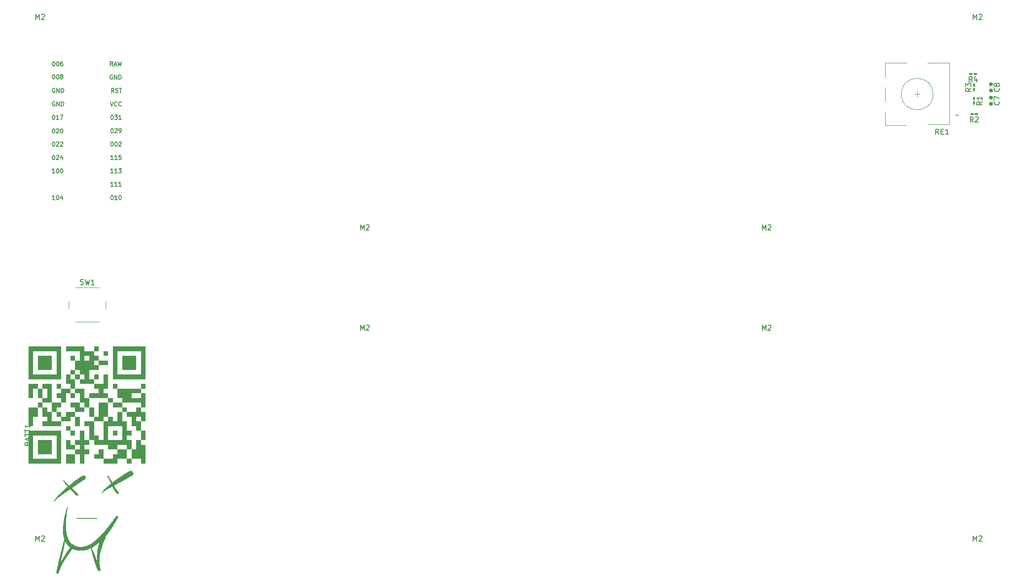
<source format=gto>
G04 #@! TF.GenerationSoftware,KiCad,Pcbnew,(6.0.1)*
G04 #@! TF.CreationDate,2022-04-05T18:46:33+02:00*
G04 #@! TF.ProjectId,Keyboard Right Hand Side,4b657962-6f61-4726-9420-526967687420,rev?*
G04 #@! TF.SameCoordinates,Original*
G04 #@! TF.FileFunction,Legend,Top*
G04 #@! TF.FilePolarity,Positive*
%FSLAX46Y46*%
G04 Gerber Fmt 4.6, Leading zero omitted, Abs format (unit mm)*
G04 Created by KiCad (PCBNEW (6.0.1)) date 2022-04-05 18:46:33*
%MOMM*%
%LPD*%
G01*
G04 APERTURE LIST*
G04 Aperture macros list*
%AMRoundRect*
0 Rectangle with rounded corners*
0 $1 Rounding radius*
0 $2 $3 $4 $5 $6 $7 $8 $9 X,Y pos of 4 corners*
0 Add a 4 corners polygon primitive as box body*
4,1,4,$2,$3,$4,$5,$6,$7,$8,$9,$2,$3,0*
0 Add four circle primitives for the rounded corners*
1,1,$1+$1,$2,$3*
1,1,$1+$1,$4,$5*
1,1,$1+$1,$6,$7*
1,1,$1+$1,$8,$9*
0 Add four rect primitives between the rounded corners*
20,1,$1+$1,$2,$3,$4,$5,0*
20,1,$1+$1,$4,$5,$6,$7,0*
20,1,$1+$1,$6,$7,$8,$9,0*
20,1,$1+$1,$8,$9,$2,$3,0*%
G04 Aperture macros list end*
%ADD10C,0.150000*%
%ADD11C,0.120000*%
%ADD12C,1.752600*%
%ADD13C,3.987800*%
%ADD14C,1.750000*%
%ADD15RoundRect,0.100000X0.217500X0.100000X-0.217500X0.100000X-0.217500X-0.100000X0.217500X-0.100000X0*%
%ADD16RoundRect,0.155000X-0.155000X0.212500X-0.155000X-0.212500X0.155000X-0.212500X0.155000X0.212500X0*%
%ADD17RoundRect,0.100000X-0.100000X0.217500X-0.100000X-0.217500X0.100000X-0.217500X0.100000X0.217500X0*%
%ADD18C,2.200000*%
%ADD19C,3.048000*%
%ADD20C,2.000000*%
%ADD21RoundRect,0.100000X0.100000X-0.217500X0.100000X0.217500X-0.100000X0.217500X-0.100000X-0.217500X0*%
%ADD22C,1.500000*%
%ADD23R,2.000000X2.000000*%
%ADD24R,3.200000X2.000000*%
%ADD25C,1.397000*%
%ADD26C,2.800000*%
G04 APERTURE END LIST*
D10*
X258710833Y-51667380D02*
X258377500Y-51191190D01*
X258139404Y-51667380D02*
X258139404Y-50667380D01*
X258520357Y-50667380D01*
X258615595Y-50715000D01*
X258663214Y-50762619D01*
X258710833Y-50857857D01*
X258710833Y-51000714D01*
X258663214Y-51095952D01*
X258615595Y-51143571D01*
X258520357Y-51191190D01*
X258139404Y-51191190D01*
X259567976Y-51000714D02*
X259567976Y-51667380D01*
X259329880Y-50619761D02*
X259091785Y-51334047D01*
X259710833Y-51334047D01*
X263772142Y-52871666D02*
X263819761Y-52919285D01*
X263867380Y-53062142D01*
X263867380Y-53157380D01*
X263819761Y-53300238D01*
X263724523Y-53395476D01*
X263629285Y-53443095D01*
X263438809Y-53490714D01*
X263295952Y-53490714D01*
X263105476Y-53443095D01*
X263010238Y-53395476D01*
X262915000Y-53300238D01*
X262867380Y-53157380D01*
X262867380Y-53062142D01*
X262915000Y-52919285D01*
X262962619Y-52871666D01*
X263295952Y-52300238D02*
X263248333Y-52395476D01*
X263200714Y-52443095D01*
X263105476Y-52490714D01*
X263057857Y-52490714D01*
X262962619Y-52443095D01*
X262915000Y-52395476D01*
X262867380Y-52300238D01*
X262867380Y-52109761D01*
X262915000Y-52014523D01*
X262962619Y-51966904D01*
X263057857Y-51919285D01*
X263105476Y-51919285D01*
X263200714Y-51966904D01*
X263248333Y-52014523D01*
X263295952Y-52109761D01*
X263295952Y-52300238D01*
X263343571Y-52395476D01*
X263391190Y-52443095D01*
X263486428Y-52490714D01*
X263676904Y-52490714D01*
X263772142Y-52443095D01*
X263819761Y-52395476D01*
X263867380Y-52300238D01*
X263867380Y-52109761D01*
X263819761Y-52014523D01*
X263772142Y-51966904D01*
X263676904Y-51919285D01*
X263486428Y-51919285D01*
X263391190Y-51966904D01*
X263343571Y-52014523D01*
X263295952Y-52109761D01*
X260582380Y-55411666D02*
X260106190Y-55745000D01*
X260582380Y-55983095D02*
X259582380Y-55983095D01*
X259582380Y-55602142D01*
X259630000Y-55506904D01*
X259677619Y-55459285D01*
X259772857Y-55411666D01*
X259915714Y-55411666D01*
X260010952Y-55459285D01*
X260058571Y-55506904D01*
X260106190Y-55602142D01*
X260106190Y-55983095D01*
X260582380Y-54459285D02*
X260582380Y-55030714D01*
X260582380Y-54745000D02*
X259582380Y-54745000D01*
X259725238Y-54840238D01*
X259820476Y-54935476D01*
X259868095Y-55030714D01*
X81105476Y-39797380D02*
X81105476Y-38797380D01*
X81438809Y-39511666D01*
X81772142Y-38797380D01*
X81772142Y-39797380D01*
X82200714Y-38892619D02*
X82248333Y-38845000D01*
X82343571Y-38797380D01*
X82581666Y-38797380D01*
X82676904Y-38845000D01*
X82724523Y-38892619D01*
X82772142Y-38987857D01*
X82772142Y-39083095D01*
X82724523Y-39225952D01*
X82153095Y-39797380D01*
X82772142Y-39797380D01*
X258905476Y-138857380D02*
X258905476Y-137857380D01*
X259238809Y-138571666D01*
X259572142Y-137857380D01*
X259572142Y-138857380D01*
X260000714Y-137952619D02*
X260048333Y-137905000D01*
X260143571Y-137857380D01*
X260381666Y-137857380D01*
X260476904Y-137905000D01*
X260524523Y-137952619D01*
X260572142Y-138047857D01*
X260572142Y-138143095D01*
X260524523Y-138285952D01*
X259953095Y-138857380D01*
X260572142Y-138857380D01*
X258913333Y-59287380D02*
X258580000Y-58811190D01*
X258341904Y-59287380D02*
X258341904Y-58287380D01*
X258722857Y-58287380D01*
X258818095Y-58335000D01*
X258865714Y-58382619D01*
X258913333Y-58477857D01*
X258913333Y-58620714D01*
X258865714Y-58715952D01*
X258818095Y-58763571D01*
X258722857Y-58811190D01*
X258341904Y-58811190D01*
X259294285Y-58382619D02*
X259341904Y-58335000D01*
X259437142Y-58287380D01*
X259675238Y-58287380D01*
X259770476Y-58335000D01*
X259818095Y-58382619D01*
X259865714Y-58477857D01*
X259865714Y-58573095D01*
X259818095Y-58715952D01*
X259246666Y-59287380D01*
X259865714Y-59287380D01*
X142700476Y-98852380D02*
X142700476Y-97852380D01*
X143033809Y-98566666D01*
X143367142Y-97852380D01*
X143367142Y-98852380D01*
X143795714Y-97947619D02*
X143843333Y-97900000D01*
X143938571Y-97852380D01*
X144176666Y-97852380D01*
X144271904Y-97900000D01*
X144319523Y-97947619D01*
X144367142Y-98042857D01*
X144367142Y-98138095D01*
X144319523Y-98280952D01*
X143748095Y-98852380D01*
X144367142Y-98852380D01*
X218900476Y-79802380D02*
X218900476Y-78802380D01*
X219233809Y-79516666D01*
X219567142Y-78802380D01*
X219567142Y-79802380D01*
X219995714Y-78897619D02*
X220043333Y-78850000D01*
X220138571Y-78802380D01*
X220376666Y-78802380D01*
X220471904Y-78850000D01*
X220519523Y-78897619D01*
X220567142Y-78992857D01*
X220567142Y-79088095D01*
X220519523Y-79230952D01*
X219948095Y-79802380D01*
X220567142Y-79802380D01*
X263772142Y-55411666D02*
X263819761Y-55459285D01*
X263867380Y-55602142D01*
X263867380Y-55697380D01*
X263819761Y-55840238D01*
X263724523Y-55935476D01*
X263629285Y-55983095D01*
X263438809Y-56030714D01*
X263295952Y-56030714D01*
X263105476Y-55983095D01*
X263010238Y-55935476D01*
X262915000Y-55840238D01*
X262867380Y-55697380D01*
X262867380Y-55602142D01*
X262915000Y-55459285D01*
X262962619Y-55411666D01*
X262867380Y-55078333D02*
X262867380Y-54411666D01*
X263867380Y-54840238D01*
X89546666Y-90134761D02*
X89689523Y-90182380D01*
X89927619Y-90182380D01*
X90022857Y-90134761D01*
X90070476Y-90087142D01*
X90118095Y-89991904D01*
X90118095Y-89896666D01*
X90070476Y-89801428D01*
X90022857Y-89753809D01*
X89927619Y-89706190D01*
X89737142Y-89658571D01*
X89641904Y-89610952D01*
X89594285Y-89563333D01*
X89546666Y-89468095D01*
X89546666Y-89372857D01*
X89594285Y-89277619D01*
X89641904Y-89230000D01*
X89737142Y-89182380D01*
X89975238Y-89182380D01*
X90118095Y-89230000D01*
X90451428Y-89182380D02*
X90689523Y-90182380D01*
X90880000Y-89468095D01*
X91070476Y-90182380D01*
X91308571Y-89182380D01*
X92213333Y-90182380D02*
X91641904Y-90182380D01*
X91927619Y-90182380D02*
X91927619Y-89182380D01*
X91832380Y-89325238D01*
X91737142Y-89420476D01*
X91641904Y-89468095D01*
X142700476Y-79802380D02*
X142700476Y-78802380D01*
X143033809Y-79516666D01*
X143367142Y-78802380D01*
X143367142Y-79802380D01*
X143795714Y-78897619D02*
X143843333Y-78850000D01*
X143938571Y-78802380D01*
X144176666Y-78802380D01*
X144271904Y-78850000D01*
X144319523Y-78897619D01*
X144367142Y-78992857D01*
X144367142Y-79088095D01*
X144319523Y-79230952D01*
X143748095Y-79802380D01*
X144367142Y-79802380D01*
X258905476Y-39797380D02*
X258905476Y-38797380D01*
X259238809Y-39511666D01*
X259572142Y-38797380D01*
X259572142Y-39797380D01*
X260000714Y-38892619D02*
X260048333Y-38845000D01*
X260143571Y-38797380D01*
X260381666Y-38797380D01*
X260476904Y-38845000D01*
X260524523Y-38892619D01*
X260572142Y-38987857D01*
X260572142Y-39083095D01*
X260524523Y-39225952D01*
X259953095Y-39797380D01*
X260572142Y-39797380D01*
X258482380Y-52871666D02*
X258006190Y-53205000D01*
X258482380Y-53443095D02*
X257482380Y-53443095D01*
X257482380Y-53062142D01*
X257530000Y-52966904D01*
X257577619Y-52919285D01*
X257672857Y-52871666D01*
X257815714Y-52871666D01*
X257910952Y-52919285D01*
X257958571Y-52966904D01*
X258006190Y-53062142D01*
X258006190Y-53443095D01*
X257482380Y-52538333D02*
X257482380Y-51919285D01*
X257863333Y-52252619D01*
X257863333Y-52109761D01*
X257910952Y-52014523D01*
X257958571Y-51966904D01*
X258053809Y-51919285D01*
X258291904Y-51919285D01*
X258387142Y-51966904D01*
X258434761Y-52014523D01*
X258482380Y-52109761D01*
X258482380Y-52395476D01*
X258434761Y-52490714D01*
X258387142Y-52538333D01*
X252355952Y-61622380D02*
X252022619Y-61146190D01*
X251784523Y-61622380D02*
X251784523Y-60622380D01*
X252165476Y-60622380D01*
X252260714Y-60670000D01*
X252308333Y-60717619D01*
X252355952Y-60812857D01*
X252355952Y-60955714D01*
X252308333Y-61050952D01*
X252260714Y-61098571D01*
X252165476Y-61146190D01*
X251784523Y-61146190D01*
X252784523Y-61098571D02*
X253117857Y-61098571D01*
X253260714Y-61622380D02*
X252784523Y-61622380D01*
X252784523Y-60622380D01*
X253260714Y-60622380D01*
X254213095Y-61622380D02*
X253641666Y-61622380D01*
X253927380Y-61622380D02*
X253927380Y-60622380D01*
X253832142Y-60765238D01*
X253736904Y-60860476D01*
X253641666Y-60908095D01*
X81105476Y-138857380D02*
X81105476Y-137857380D01*
X81438809Y-138571666D01*
X81772142Y-137857380D01*
X81772142Y-138857380D01*
X82200714Y-137952619D02*
X82248333Y-137905000D01*
X82343571Y-137857380D01*
X82581666Y-137857380D01*
X82676904Y-137905000D01*
X82724523Y-137952619D01*
X82772142Y-138047857D01*
X82772142Y-138143095D01*
X82724523Y-138285952D01*
X82153095Y-138857380D01*
X82772142Y-138857380D01*
X95781157Y-68916654D02*
X95324014Y-68916654D01*
X95552586Y-68916654D02*
X95552586Y-68116654D01*
X95476395Y-68230940D01*
X95400205Y-68307130D01*
X95324014Y-68345226D01*
X96543062Y-68916654D02*
X96085919Y-68916654D01*
X96314491Y-68916654D02*
X96314491Y-68116654D01*
X96238300Y-68230940D01*
X96162110Y-68307130D01*
X96085919Y-68345226D01*
X96809729Y-68116654D02*
X97304967Y-68116654D01*
X97038300Y-68421416D01*
X97152586Y-68421416D01*
X97228776Y-68459511D01*
X97266871Y-68497607D01*
X97304967Y-68573797D01*
X97304967Y-68764273D01*
X97266871Y-68840464D01*
X97228776Y-68878559D01*
X97152586Y-68916654D01*
X96924014Y-68916654D01*
X96847824Y-68878559D01*
X96809729Y-68840464D01*
X95514491Y-73196654D02*
X95590681Y-73196654D01*
X95666871Y-73234750D01*
X95704967Y-73272845D01*
X95743062Y-73349035D01*
X95781157Y-73501416D01*
X95781157Y-73691892D01*
X95743062Y-73844273D01*
X95704967Y-73920464D01*
X95666871Y-73958559D01*
X95590681Y-73996654D01*
X95514491Y-73996654D01*
X95438300Y-73958559D01*
X95400205Y-73920464D01*
X95362110Y-73844273D01*
X95324014Y-73691892D01*
X95324014Y-73501416D01*
X95362110Y-73349035D01*
X95400205Y-73272845D01*
X95438300Y-73234750D01*
X95514491Y-73196654D01*
X96543062Y-73996654D02*
X96085919Y-73996654D01*
X96314491Y-73996654D02*
X96314491Y-73196654D01*
X96238300Y-73310940D01*
X96162110Y-73387130D01*
X96085919Y-73425226D01*
X97038300Y-73196654D02*
X97114491Y-73196654D01*
X97190681Y-73234750D01*
X97228776Y-73272845D01*
X97266871Y-73349035D01*
X97304967Y-73501416D01*
X97304967Y-73691892D01*
X97266871Y-73844273D01*
X97228776Y-73920464D01*
X97190681Y-73958559D01*
X97114491Y-73996654D01*
X97038300Y-73996654D01*
X96962110Y-73958559D01*
X96924014Y-73920464D01*
X96885919Y-73844273D01*
X96847824Y-73691892D01*
X96847824Y-73501416D01*
X96885919Y-73349035D01*
X96924014Y-73272845D01*
X96962110Y-73234750D01*
X97038300Y-73196654D01*
X84440110Y-60566654D02*
X84516300Y-60566654D01*
X84592490Y-60604750D01*
X84630586Y-60642845D01*
X84668681Y-60719035D01*
X84706776Y-60871416D01*
X84706776Y-61061892D01*
X84668681Y-61214273D01*
X84630586Y-61290464D01*
X84592490Y-61328559D01*
X84516300Y-61366654D01*
X84440110Y-61366654D01*
X84363919Y-61328559D01*
X84325824Y-61290464D01*
X84287729Y-61214273D01*
X84249633Y-61061892D01*
X84249633Y-60871416D01*
X84287729Y-60719035D01*
X84325824Y-60642845D01*
X84363919Y-60604750D01*
X84440110Y-60566654D01*
X85011538Y-60642845D02*
X85049633Y-60604750D01*
X85125824Y-60566654D01*
X85316300Y-60566654D01*
X85392490Y-60604750D01*
X85430586Y-60642845D01*
X85468681Y-60719035D01*
X85468681Y-60795226D01*
X85430586Y-60909511D01*
X84973443Y-61366654D01*
X85468681Y-61366654D01*
X85963919Y-60566654D02*
X86040110Y-60566654D01*
X86116300Y-60604750D01*
X86154395Y-60642845D01*
X86192490Y-60719035D01*
X86230586Y-60871416D01*
X86230586Y-61061892D01*
X86192490Y-61214273D01*
X86154395Y-61290464D01*
X86116300Y-61328559D01*
X86040110Y-61366654D01*
X85963919Y-61366654D01*
X85887729Y-61328559D01*
X85849633Y-61290464D01*
X85811538Y-61214273D01*
X85773443Y-61061892D01*
X85773443Y-60871416D01*
X85811538Y-60719035D01*
X85849633Y-60642845D01*
X85887729Y-60604750D01*
X85963919Y-60566654D01*
X84440110Y-57966654D02*
X84516300Y-57966654D01*
X84592490Y-58004750D01*
X84630586Y-58042845D01*
X84668681Y-58119035D01*
X84706776Y-58271416D01*
X84706776Y-58461892D01*
X84668681Y-58614273D01*
X84630586Y-58690464D01*
X84592490Y-58728559D01*
X84516300Y-58766654D01*
X84440110Y-58766654D01*
X84363919Y-58728559D01*
X84325824Y-58690464D01*
X84287729Y-58614273D01*
X84249633Y-58461892D01*
X84249633Y-58271416D01*
X84287729Y-58119035D01*
X84325824Y-58042845D01*
X84363919Y-58004750D01*
X84440110Y-57966654D01*
X85468681Y-58766654D02*
X85011538Y-58766654D01*
X85240110Y-58766654D02*
X85240110Y-57966654D01*
X85163919Y-58080940D01*
X85087729Y-58157130D01*
X85011538Y-58195226D01*
X85735348Y-57966654D02*
X86268681Y-57966654D01*
X85925824Y-58766654D01*
X84440110Y-50266654D02*
X84516300Y-50266654D01*
X84592490Y-50304750D01*
X84630586Y-50342845D01*
X84668681Y-50419035D01*
X84706776Y-50571416D01*
X84706776Y-50761892D01*
X84668681Y-50914273D01*
X84630586Y-50990464D01*
X84592490Y-51028559D01*
X84516300Y-51066654D01*
X84440110Y-51066654D01*
X84363919Y-51028559D01*
X84325824Y-50990464D01*
X84287729Y-50914273D01*
X84249633Y-50761892D01*
X84249633Y-50571416D01*
X84287729Y-50419035D01*
X84325824Y-50342845D01*
X84363919Y-50304750D01*
X84440110Y-50266654D01*
X85202014Y-50266654D02*
X85278205Y-50266654D01*
X85354395Y-50304750D01*
X85392490Y-50342845D01*
X85430586Y-50419035D01*
X85468681Y-50571416D01*
X85468681Y-50761892D01*
X85430586Y-50914273D01*
X85392490Y-50990464D01*
X85354395Y-51028559D01*
X85278205Y-51066654D01*
X85202014Y-51066654D01*
X85125824Y-51028559D01*
X85087729Y-50990464D01*
X85049633Y-50914273D01*
X85011538Y-50761892D01*
X85011538Y-50571416D01*
X85049633Y-50419035D01*
X85087729Y-50342845D01*
X85125824Y-50304750D01*
X85202014Y-50266654D01*
X85925824Y-50609511D02*
X85849633Y-50571416D01*
X85811538Y-50533321D01*
X85773443Y-50457130D01*
X85773443Y-50419035D01*
X85811538Y-50342845D01*
X85849633Y-50304750D01*
X85925824Y-50266654D01*
X86078205Y-50266654D01*
X86154395Y-50304750D01*
X86192490Y-50342845D01*
X86230586Y-50419035D01*
X86230586Y-50457130D01*
X86192490Y-50533321D01*
X86154395Y-50571416D01*
X86078205Y-50609511D01*
X85925824Y-50609511D01*
X85849633Y-50647607D01*
X85811538Y-50685702D01*
X85773443Y-50761892D01*
X85773443Y-50914273D01*
X85811538Y-50990464D01*
X85849633Y-51028559D01*
X85925824Y-51066654D01*
X86078205Y-51066654D01*
X86154395Y-51028559D01*
X86192490Y-50990464D01*
X86230586Y-50914273D01*
X86230586Y-50761892D01*
X86192490Y-50685702D01*
X86154395Y-50647607D01*
X86078205Y-50609511D01*
X95927204Y-53676654D02*
X95660538Y-53295702D01*
X95470061Y-53676654D02*
X95470061Y-52876654D01*
X95774823Y-52876654D01*
X95851014Y-52914750D01*
X95889109Y-52952845D01*
X95927204Y-53029035D01*
X95927204Y-53143321D01*
X95889109Y-53219511D01*
X95851014Y-53257607D01*
X95774823Y-53295702D01*
X95470061Y-53295702D01*
X96231966Y-53638559D02*
X96346252Y-53676654D01*
X96536728Y-53676654D01*
X96612919Y-53638559D01*
X96651014Y-53600464D01*
X96689109Y-53524273D01*
X96689109Y-53448083D01*
X96651014Y-53371892D01*
X96612919Y-53333797D01*
X96536728Y-53295702D01*
X96384347Y-53257607D01*
X96308157Y-53219511D01*
X96270061Y-53181416D01*
X96231966Y-53105226D01*
X96231966Y-53029035D01*
X96270061Y-52952845D01*
X96308157Y-52914750D01*
X96384347Y-52876654D01*
X96574823Y-52876654D01*
X96689109Y-52914750D01*
X96917680Y-52876654D02*
X97374823Y-52876654D01*
X97146252Y-53676654D02*
X97146252Y-52876654D01*
X84706776Y-73996654D02*
X84249633Y-73996654D01*
X84478205Y-73996654D02*
X84478205Y-73196654D01*
X84402014Y-73310940D01*
X84325824Y-73387130D01*
X84249633Y-73425226D01*
X85202014Y-73196654D02*
X85278205Y-73196654D01*
X85354395Y-73234750D01*
X85392490Y-73272845D01*
X85430586Y-73349035D01*
X85468681Y-73501416D01*
X85468681Y-73691892D01*
X85430586Y-73844273D01*
X85392490Y-73920464D01*
X85354395Y-73958559D01*
X85278205Y-73996654D01*
X85202014Y-73996654D01*
X85125824Y-73958559D01*
X85087729Y-73920464D01*
X85049633Y-73844273D01*
X85011538Y-73691892D01*
X85011538Y-73501416D01*
X85049633Y-73349035D01*
X85087729Y-73272845D01*
X85125824Y-73234750D01*
X85202014Y-73196654D01*
X86154395Y-73463321D02*
X86154395Y-73996654D01*
X85963919Y-73158559D02*
X85773443Y-73729988D01*
X86268681Y-73729988D01*
X95514491Y-60496654D02*
X95590681Y-60496654D01*
X95666871Y-60534750D01*
X95704967Y-60572845D01*
X95743062Y-60649035D01*
X95781157Y-60801416D01*
X95781157Y-60991892D01*
X95743062Y-61144273D01*
X95704967Y-61220464D01*
X95666871Y-61258559D01*
X95590681Y-61296654D01*
X95514491Y-61296654D01*
X95438300Y-61258559D01*
X95400205Y-61220464D01*
X95362110Y-61144273D01*
X95324014Y-60991892D01*
X95324014Y-60801416D01*
X95362110Y-60649035D01*
X95400205Y-60572845D01*
X95438300Y-60534750D01*
X95514491Y-60496654D01*
X96085919Y-60572845D02*
X96124014Y-60534750D01*
X96200205Y-60496654D01*
X96390681Y-60496654D01*
X96466871Y-60534750D01*
X96504967Y-60572845D01*
X96543062Y-60649035D01*
X96543062Y-60725226D01*
X96504967Y-60839511D01*
X96047824Y-61296654D01*
X96543062Y-61296654D01*
X96924014Y-61296654D02*
X97076395Y-61296654D01*
X97152586Y-61258559D01*
X97190681Y-61220464D01*
X97266871Y-61106178D01*
X97304967Y-60953797D01*
X97304967Y-60649035D01*
X97266871Y-60572845D01*
X97228776Y-60534750D01*
X97152586Y-60496654D01*
X97000205Y-60496654D01*
X96924014Y-60534750D01*
X96885919Y-60572845D01*
X96847824Y-60649035D01*
X96847824Y-60839511D01*
X96885919Y-60915702D01*
X96924014Y-60953797D01*
X97000205Y-60991892D01*
X97152586Y-60991892D01*
X97228776Y-60953797D01*
X97266871Y-60915702D01*
X97304967Y-60839511D01*
X95781157Y-71456654D02*
X95324014Y-71456654D01*
X95552586Y-71456654D02*
X95552586Y-70656654D01*
X95476395Y-70770940D01*
X95400205Y-70847130D01*
X95324014Y-70885226D01*
X96543062Y-71456654D02*
X96085919Y-71456654D01*
X96314491Y-71456654D02*
X96314491Y-70656654D01*
X96238300Y-70770940D01*
X96162110Y-70847130D01*
X96085919Y-70885226D01*
X97304967Y-71456654D02*
X96847824Y-71456654D01*
X97076395Y-71456654D02*
X97076395Y-70656654D01*
X97000205Y-70770940D01*
X96924014Y-70847130D01*
X96847824Y-70885226D01*
X95247824Y-55416654D02*
X95514491Y-56216654D01*
X95781157Y-55416654D01*
X96504967Y-56140464D02*
X96466871Y-56178559D01*
X96352586Y-56216654D01*
X96276395Y-56216654D01*
X96162110Y-56178559D01*
X96085919Y-56102369D01*
X96047824Y-56026178D01*
X96009729Y-55873797D01*
X96009729Y-55759511D01*
X96047824Y-55607130D01*
X96085919Y-55530940D01*
X96162110Y-55454750D01*
X96276395Y-55416654D01*
X96352586Y-55416654D01*
X96466871Y-55454750D01*
X96504967Y-55492845D01*
X97304967Y-56140464D02*
X97266871Y-56178559D01*
X97152586Y-56216654D01*
X97076395Y-56216654D01*
X96962110Y-56178559D01*
X96885919Y-56102369D01*
X96847824Y-56026178D01*
X96809729Y-55873797D01*
X96809729Y-55759511D01*
X96847824Y-55607130D01*
X96885919Y-55530940D01*
X96962110Y-55454750D01*
X97076395Y-55416654D01*
X97152586Y-55416654D01*
X97266871Y-55454750D01*
X97304967Y-55492845D01*
X95514491Y-57956654D02*
X95590681Y-57956654D01*
X95666871Y-57994750D01*
X95704967Y-58032845D01*
X95743062Y-58109035D01*
X95781157Y-58261416D01*
X95781157Y-58451892D01*
X95743062Y-58604273D01*
X95704967Y-58680464D01*
X95666871Y-58718559D01*
X95590681Y-58756654D01*
X95514491Y-58756654D01*
X95438300Y-58718559D01*
X95400205Y-58680464D01*
X95362110Y-58604273D01*
X95324014Y-58451892D01*
X95324014Y-58261416D01*
X95362110Y-58109035D01*
X95400205Y-58032845D01*
X95438300Y-57994750D01*
X95514491Y-57956654D01*
X96047824Y-57956654D02*
X96543062Y-57956654D01*
X96276395Y-58261416D01*
X96390681Y-58261416D01*
X96466871Y-58299511D01*
X96504967Y-58337607D01*
X96543062Y-58413797D01*
X96543062Y-58604273D01*
X96504967Y-58680464D01*
X96466871Y-58718559D01*
X96390681Y-58756654D01*
X96162110Y-58756654D01*
X96085919Y-58718559D01*
X96047824Y-58680464D01*
X97304967Y-58756654D02*
X96847824Y-58756654D01*
X97076395Y-58756654D02*
X97076395Y-57956654D01*
X97000205Y-58070940D01*
X96924014Y-58147130D01*
X96847824Y-58185226D01*
X84440110Y-65576654D02*
X84516300Y-65576654D01*
X84592490Y-65614750D01*
X84630586Y-65652845D01*
X84668681Y-65729035D01*
X84706776Y-65881416D01*
X84706776Y-66071892D01*
X84668681Y-66224273D01*
X84630586Y-66300464D01*
X84592490Y-66338559D01*
X84516300Y-66376654D01*
X84440110Y-66376654D01*
X84363919Y-66338559D01*
X84325824Y-66300464D01*
X84287729Y-66224273D01*
X84249633Y-66071892D01*
X84249633Y-65881416D01*
X84287729Y-65729035D01*
X84325824Y-65652845D01*
X84363919Y-65614750D01*
X84440110Y-65576654D01*
X85011538Y-65652845D02*
X85049633Y-65614750D01*
X85125824Y-65576654D01*
X85316300Y-65576654D01*
X85392490Y-65614750D01*
X85430586Y-65652845D01*
X85468681Y-65729035D01*
X85468681Y-65805226D01*
X85430586Y-65919511D01*
X84973443Y-66376654D01*
X85468681Y-66376654D01*
X86154395Y-65843321D02*
X86154395Y-66376654D01*
X85963919Y-65538559D02*
X85773443Y-66109988D01*
X86268681Y-66109988D01*
X84706776Y-52914750D02*
X84630585Y-52876654D01*
X84516300Y-52876654D01*
X84402014Y-52914750D01*
X84325823Y-52990940D01*
X84287728Y-53067130D01*
X84249633Y-53219511D01*
X84249633Y-53333797D01*
X84287728Y-53486178D01*
X84325823Y-53562369D01*
X84402014Y-53638559D01*
X84516300Y-53676654D01*
X84592490Y-53676654D01*
X84706776Y-53638559D01*
X84744871Y-53600464D01*
X84744871Y-53333797D01*
X84592490Y-53333797D01*
X85087728Y-53676654D02*
X85087728Y-52876654D01*
X85544871Y-53676654D01*
X85544871Y-52876654D01*
X85925823Y-53676654D02*
X85925823Y-52876654D01*
X86116300Y-52876654D01*
X86230585Y-52914750D01*
X86306776Y-52990940D01*
X86344871Y-53067130D01*
X86382966Y-53219511D01*
X86382966Y-53333797D01*
X86344871Y-53486178D01*
X86306776Y-53562369D01*
X86230585Y-53638559D01*
X86116300Y-53676654D01*
X85925823Y-53676654D01*
X95698634Y-48596654D02*
X95431967Y-48215702D01*
X95241491Y-48596654D02*
X95241491Y-47796654D01*
X95546253Y-47796654D01*
X95622443Y-47834750D01*
X95660538Y-47872845D01*
X95698634Y-47949035D01*
X95698634Y-48063321D01*
X95660538Y-48139511D01*
X95622443Y-48177607D01*
X95546253Y-48215702D01*
X95241491Y-48215702D01*
X96003395Y-48368083D02*
X96384348Y-48368083D01*
X95927205Y-48596654D02*
X96193872Y-47796654D01*
X96460538Y-48596654D01*
X96651015Y-47796654D02*
X96841491Y-48596654D01*
X96993872Y-48025226D01*
X97146253Y-48596654D01*
X97336729Y-47796654D01*
X95514491Y-63036654D02*
X95590681Y-63036654D01*
X95666871Y-63074750D01*
X95704967Y-63112845D01*
X95743062Y-63189035D01*
X95781157Y-63341416D01*
X95781157Y-63531892D01*
X95743062Y-63684273D01*
X95704967Y-63760464D01*
X95666871Y-63798559D01*
X95590681Y-63836654D01*
X95514491Y-63836654D01*
X95438300Y-63798559D01*
X95400205Y-63760464D01*
X95362110Y-63684273D01*
X95324014Y-63531892D01*
X95324014Y-63341416D01*
X95362110Y-63189035D01*
X95400205Y-63112845D01*
X95438300Y-63074750D01*
X95514491Y-63036654D01*
X96276395Y-63036654D02*
X96352586Y-63036654D01*
X96428776Y-63074750D01*
X96466871Y-63112845D01*
X96504967Y-63189035D01*
X96543062Y-63341416D01*
X96543062Y-63531892D01*
X96504967Y-63684273D01*
X96466871Y-63760464D01*
X96428776Y-63798559D01*
X96352586Y-63836654D01*
X96276395Y-63836654D01*
X96200205Y-63798559D01*
X96162110Y-63760464D01*
X96124014Y-63684273D01*
X96085919Y-63531892D01*
X96085919Y-63341416D01*
X96124014Y-63189035D01*
X96162110Y-63112845D01*
X96200205Y-63074750D01*
X96276395Y-63036654D01*
X96847824Y-63112845D02*
X96885919Y-63074750D01*
X96962110Y-63036654D01*
X97152586Y-63036654D01*
X97228776Y-63074750D01*
X97266871Y-63112845D01*
X97304967Y-63189035D01*
X97304967Y-63265226D01*
X97266871Y-63379511D01*
X96809729Y-63836654D01*
X97304967Y-63836654D01*
X84706776Y-68916654D02*
X84249633Y-68916654D01*
X84478205Y-68916654D02*
X84478205Y-68116654D01*
X84402014Y-68230940D01*
X84325824Y-68307130D01*
X84249633Y-68345226D01*
X85202014Y-68116654D02*
X85278205Y-68116654D01*
X85354395Y-68154750D01*
X85392490Y-68192845D01*
X85430586Y-68269035D01*
X85468681Y-68421416D01*
X85468681Y-68611892D01*
X85430586Y-68764273D01*
X85392490Y-68840464D01*
X85354395Y-68878559D01*
X85278205Y-68916654D01*
X85202014Y-68916654D01*
X85125824Y-68878559D01*
X85087729Y-68840464D01*
X85049633Y-68764273D01*
X85011538Y-68611892D01*
X85011538Y-68421416D01*
X85049633Y-68269035D01*
X85087729Y-68192845D01*
X85125824Y-68154750D01*
X85202014Y-68116654D01*
X85963919Y-68116654D02*
X86040110Y-68116654D01*
X86116300Y-68154750D01*
X86154395Y-68192845D01*
X86192490Y-68269035D01*
X86230586Y-68421416D01*
X86230586Y-68611892D01*
X86192490Y-68764273D01*
X86154395Y-68840464D01*
X86116300Y-68878559D01*
X86040110Y-68916654D01*
X85963919Y-68916654D01*
X85887729Y-68878559D01*
X85849633Y-68840464D01*
X85811538Y-68764273D01*
X85773443Y-68611892D01*
X85773443Y-68421416D01*
X85811538Y-68269035D01*
X85849633Y-68192845D01*
X85887729Y-68154750D01*
X85963919Y-68116654D01*
X95622443Y-50374750D02*
X95546252Y-50336654D01*
X95431967Y-50336654D01*
X95317681Y-50374750D01*
X95241490Y-50450940D01*
X95203395Y-50527130D01*
X95165300Y-50679511D01*
X95165300Y-50793797D01*
X95203395Y-50946178D01*
X95241490Y-51022369D01*
X95317681Y-51098559D01*
X95431967Y-51136654D01*
X95508157Y-51136654D01*
X95622443Y-51098559D01*
X95660538Y-51060464D01*
X95660538Y-50793797D01*
X95508157Y-50793797D01*
X96003395Y-51136654D02*
X96003395Y-50336654D01*
X96460538Y-51136654D01*
X96460538Y-50336654D01*
X96841490Y-51136654D02*
X96841490Y-50336654D01*
X97031967Y-50336654D01*
X97146252Y-50374750D01*
X97222443Y-50450940D01*
X97260538Y-50527130D01*
X97298633Y-50679511D01*
X97298633Y-50793797D01*
X97260538Y-50946178D01*
X97222443Y-51022369D01*
X97146252Y-51098559D01*
X97031967Y-51136654D01*
X96841490Y-51136654D01*
X84440110Y-47796654D02*
X84516300Y-47796654D01*
X84592490Y-47834750D01*
X84630586Y-47872845D01*
X84668681Y-47949035D01*
X84706776Y-48101416D01*
X84706776Y-48291892D01*
X84668681Y-48444273D01*
X84630586Y-48520464D01*
X84592490Y-48558559D01*
X84516300Y-48596654D01*
X84440110Y-48596654D01*
X84363919Y-48558559D01*
X84325824Y-48520464D01*
X84287729Y-48444273D01*
X84249633Y-48291892D01*
X84249633Y-48101416D01*
X84287729Y-47949035D01*
X84325824Y-47872845D01*
X84363919Y-47834750D01*
X84440110Y-47796654D01*
X85202014Y-47796654D02*
X85278205Y-47796654D01*
X85354395Y-47834750D01*
X85392490Y-47872845D01*
X85430586Y-47949035D01*
X85468681Y-48101416D01*
X85468681Y-48291892D01*
X85430586Y-48444273D01*
X85392490Y-48520464D01*
X85354395Y-48558559D01*
X85278205Y-48596654D01*
X85202014Y-48596654D01*
X85125824Y-48558559D01*
X85087729Y-48520464D01*
X85049633Y-48444273D01*
X85011538Y-48291892D01*
X85011538Y-48101416D01*
X85049633Y-47949035D01*
X85087729Y-47872845D01*
X85125824Y-47834750D01*
X85202014Y-47796654D01*
X86154395Y-47796654D02*
X86002014Y-47796654D01*
X85925824Y-47834750D01*
X85887729Y-47872845D01*
X85811538Y-47987130D01*
X85773443Y-48139511D01*
X85773443Y-48444273D01*
X85811538Y-48520464D01*
X85849633Y-48558559D01*
X85925824Y-48596654D01*
X86078205Y-48596654D01*
X86154395Y-48558559D01*
X86192490Y-48520464D01*
X86230586Y-48444273D01*
X86230586Y-48253797D01*
X86192490Y-48177607D01*
X86154395Y-48139511D01*
X86078205Y-48101416D01*
X85925824Y-48101416D01*
X85849633Y-48139511D01*
X85811538Y-48177607D01*
X85773443Y-48253797D01*
X84440110Y-63066654D02*
X84516300Y-63066654D01*
X84592490Y-63104750D01*
X84630586Y-63142845D01*
X84668681Y-63219035D01*
X84706776Y-63371416D01*
X84706776Y-63561892D01*
X84668681Y-63714273D01*
X84630586Y-63790464D01*
X84592490Y-63828559D01*
X84516300Y-63866654D01*
X84440110Y-63866654D01*
X84363919Y-63828559D01*
X84325824Y-63790464D01*
X84287729Y-63714273D01*
X84249633Y-63561892D01*
X84249633Y-63371416D01*
X84287729Y-63219035D01*
X84325824Y-63142845D01*
X84363919Y-63104750D01*
X84440110Y-63066654D01*
X85011538Y-63142845D02*
X85049633Y-63104750D01*
X85125824Y-63066654D01*
X85316300Y-63066654D01*
X85392490Y-63104750D01*
X85430586Y-63142845D01*
X85468681Y-63219035D01*
X85468681Y-63295226D01*
X85430586Y-63409511D01*
X84973443Y-63866654D01*
X85468681Y-63866654D01*
X85773443Y-63142845D02*
X85811538Y-63104750D01*
X85887729Y-63066654D01*
X86078205Y-63066654D01*
X86154395Y-63104750D01*
X86192490Y-63142845D01*
X86230586Y-63219035D01*
X86230586Y-63295226D01*
X86192490Y-63409511D01*
X85735348Y-63866654D01*
X86230586Y-63866654D01*
X84706776Y-55454750D02*
X84630585Y-55416654D01*
X84516300Y-55416654D01*
X84402014Y-55454750D01*
X84325823Y-55530940D01*
X84287728Y-55607130D01*
X84249633Y-55759511D01*
X84249633Y-55873797D01*
X84287728Y-56026178D01*
X84325823Y-56102369D01*
X84402014Y-56178559D01*
X84516300Y-56216654D01*
X84592490Y-56216654D01*
X84706776Y-56178559D01*
X84744871Y-56140464D01*
X84744871Y-55873797D01*
X84592490Y-55873797D01*
X85087728Y-56216654D02*
X85087728Y-55416654D01*
X85544871Y-56216654D01*
X85544871Y-55416654D01*
X85925823Y-56216654D02*
X85925823Y-55416654D01*
X86116300Y-55416654D01*
X86230585Y-55454750D01*
X86306776Y-55530940D01*
X86344871Y-55607130D01*
X86382966Y-55759511D01*
X86382966Y-55873797D01*
X86344871Y-56026178D01*
X86306776Y-56102369D01*
X86230585Y-56178559D01*
X86116300Y-56216654D01*
X85925823Y-56216654D01*
X95781157Y-66376654D02*
X95324014Y-66376654D01*
X95552586Y-66376654D02*
X95552586Y-65576654D01*
X95476395Y-65690940D01*
X95400205Y-65767130D01*
X95324014Y-65805226D01*
X96543062Y-66376654D02*
X96085919Y-66376654D01*
X96314491Y-66376654D02*
X96314491Y-65576654D01*
X96238300Y-65690940D01*
X96162110Y-65767130D01*
X96085919Y-65805226D01*
X97266871Y-65576654D02*
X96885919Y-65576654D01*
X96847824Y-65957607D01*
X96885919Y-65919511D01*
X96962110Y-65881416D01*
X97152586Y-65881416D01*
X97228776Y-65919511D01*
X97266871Y-65957607D01*
X97304967Y-66033797D01*
X97304967Y-66224273D01*
X97266871Y-66300464D01*
X97228776Y-66338559D01*
X97152586Y-66376654D01*
X96962110Y-66376654D01*
X96885919Y-66338559D01*
X96847824Y-66300464D01*
X218900476Y-98852380D02*
X218900476Y-97852380D01*
X219233809Y-98566666D01*
X219567142Y-97852380D01*
X219567142Y-98852380D01*
X219995714Y-97947619D02*
X220043333Y-97900000D01*
X220138571Y-97852380D01*
X220376666Y-97852380D01*
X220471904Y-97900000D01*
X220519523Y-97947619D01*
X220567142Y-98042857D01*
X220567142Y-98138095D01*
X220519523Y-98280952D01*
X219948095Y-98852380D01*
X220567142Y-98852380D01*
X79483571Y-120340238D02*
X79531190Y-120197380D01*
X79578809Y-120149761D01*
X79674047Y-120102142D01*
X79816904Y-120102142D01*
X79912142Y-120149761D01*
X79959761Y-120197380D01*
X80007380Y-120292619D01*
X80007380Y-120673571D01*
X79007380Y-120673571D01*
X79007380Y-120340238D01*
X79055000Y-120245000D01*
X79102619Y-120197380D01*
X79197857Y-120149761D01*
X79293095Y-120149761D01*
X79388333Y-120197380D01*
X79435952Y-120245000D01*
X79483571Y-120340238D01*
X79483571Y-120673571D01*
X79721666Y-119721190D02*
X79721666Y-119245000D01*
X80007380Y-119816428D02*
X79007380Y-119483095D01*
X80007380Y-119149761D01*
X79007380Y-118959285D02*
X79007380Y-118387857D01*
X80007380Y-118673571D02*
X79007380Y-118673571D01*
X79007380Y-118197380D02*
X79007380Y-117625952D01*
X80007380Y-117911666D02*
X79007380Y-117911666D01*
X80007380Y-116768809D02*
X80007380Y-117340238D01*
X80007380Y-117054523D02*
X79007380Y-117054523D01*
X79150238Y-117149761D01*
X79245476Y-117245000D01*
X79293095Y-117340238D01*
X92709761Y-134547057D02*
X88900238Y-134547057D01*
D11*
X262615000Y-52589165D02*
X262615000Y-52820835D01*
X261895000Y-52589165D02*
X261895000Y-52820835D01*
X262615000Y-55129165D02*
X262615000Y-55360835D01*
X261895000Y-55129165D02*
X261895000Y-55360835D01*
X93130000Y-90730000D02*
X88630000Y-90730000D01*
X88630000Y-97230000D02*
X93130000Y-97230000D01*
X87380000Y-93230000D02*
X87380000Y-94730000D01*
X94380000Y-94730000D02*
X94380000Y-93230000D01*
X246275000Y-59870000D02*
X242175000Y-59870000D01*
X242175000Y-50670000D02*
X242175000Y-48070000D01*
X242175000Y-48070000D02*
X246275000Y-48070000D01*
X255775000Y-57770000D02*
X256075000Y-58070000D01*
X242175000Y-55270000D02*
X242175000Y-52670000D01*
X248275000Y-54470000D02*
X248275000Y-53470000D01*
X242175000Y-59870000D02*
X242175000Y-57270000D01*
X250275000Y-48070000D02*
X254375000Y-48070000D01*
X254375000Y-59770000D02*
X254375000Y-48070000D01*
X256075000Y-58070000D02*
X255475000Y-58070000D01*
X248775000Y-53970000D02*
X247775000Y-53970000D01*
X250275000Y-59770000D02*
X254375000Y-59770000D01*
X255475000Y-58070000D02*
X255775000Y-57770000D01*
X251275000Y-53970000D02*
G75*
G03*
X251275000Y-53970000I-3000000J0D01*
G01*
G36*
X90208958Y-126407815D02*
G01*
X90242896Y-126414153D01*
X90252110Y-126416220D01*
X90348632Y-126451656D01*
X90435546Y-126509183D01*
X90504741Y-126583202D01*
X90514266Y-126597188D01*
X90537313Y-126635210D01*
X90551175Y-126667745D01*
X90558155Y-126704483D01*
X90560557Y-126755113D01*
X90560760Y-126792796D01*
X90559247Y-126853107D01*
X90553210Y-126905192D01*
X90540331Y-126951672D01*
X90518290Y-126995164D01*
X90484766Y-127038288D01*
X90437440Y-127083664D01*
X90373993Y-127133911D01*
X90292105Y-127191647D01*
X90189456Y-127259493D01*
X90092055Y-127322028D01*
X90071471Y-127336139D01*
X90033297Y-127363152D01*
X89983374Y-127398911D01*
X89938365Y-127431409D01*
X89877359Y-127475551D01*
X89830126Y-127509434D01*
X89789531Y-127537994D01*
X89748438Y-127566166D01*
X89699712Y-127598884D01*
X89636218Y-127641083D01*
X89611794Y-127657277D01*
X89561878Y-127690369D01*
X89522369Y-127716600D01*
X89488440Y-127739222D01*
X89455264Y-127761485D01*
X89418014Y-127786641D01*
X89371863Y-127817942D01*
X89311984Y-127858639D01*
X89233551Y-127911983D01*
X89222574Y-127919449D01*
X89130918Y-127981870D01*
X89057380Y-128032194D01*
X88996055Y-128074532D01*
X88941038Y-128112994D01*
X88886426Y-128151692D01*
X88826313Y-128194736D01*
X88800743Y-128213129D01*
X88752193Y-128247866D01*
X88708866Y-128278495D01*
X88679465Y-128298867D01*
X88677684Y-128300065D01*
X88640294Y-128325938D01*
X88610499Y-128347397D01*
X88578640Y-128370683D01*
X88531962Y-128404546D01*
X88477934Y-128443598D01*
X88424023Y-128482451D01*
X88377697Y-128515714D01*
X88346423Y-128538001D01*
X88343968Y-128539730D01*
X88318267Y-128558033D01*
X88277439Y-128587370D01*
X88229812Y-128621758D01*
X88224389Y-128625683D01*
X88180485Y-128656810D01*
X88146114Y-128679943D01*
X88127520Y-128690912D01*
X88126209Y-128691280D01*
X88110346Y-128699421D01*
X88080516Y-128719925D01*
X88044370Y-128746918D01*
X88009558Y-128774525D01*
X87983733Y-128796871D01*
X87974487Y-128807781D01*
X87984525Y-128821202D01*
X88011703Y-128849773D01*
X88051621Y-128889259D01*
X88099875Y-128935430D01*
X88152064Y-128984051D01*
X88203786Y-129030890D01*
X88235297Y-129058571D01*
X88274597Y-129093679D01*
X88331003Y-129145605D01*
X88400897Y-129210912D01*
X88480665Y-129286159D01*
X88566690Y-129367907D01*
X88655356Y-129452717D01*
X88743047Y-129537149D01*
X88826146Y-129617764D01*
X88901039Y-129691124D01*
X88918708Y-129708573D01*
X88990910Y-129781618D01*
X89042429Y-129837595D01*
X89074682Y-129878180D01*
X89089086Y-129905054D01*
X89090174Y-129911823D01*
X89098503Y-129949728D01*
X89112738Y-129977629D01*
X89127254Y-130014006D01*
X89135180Y-130066418D01*
X89135888Y-130085415D01*
X89134101Y-130132848D01*
X89124195Y-130164454D01*
X89100741Y-130193261D01*
X89084557Y-130208564D01*
X89029665Y-130245250D01*
X88969475Y-130258291D01*
X88902446Y-130247207D01*
X88827034Y-130211520D01*
X88741695Y-130150750D01*
X88656946Y-130075943D01*
X88555216Y-129978207D01*
X88443409Y-129868468D01*
X88327360Y-129752614D01*
X88212903Y-129636532D01*
X88105871Y-129526112D01*
X88012100Y-129427239D01*
X87981392Y-129394175D01*
X87888434Y-129293629D01*
X87812867Y-129212661D01*
X87752670Y-129149334D01*
X87705819Y-129101710D01*
X87670293Y-129067853D01*
X87644070Y-129045826D01*
X87625126Y-129033691D01*
X87611441Y-129029512D01*
X87602120Y-129030885D01*
X87584498Y-129041024D01*
X87545725Y-129065513D01*
X87488660Y-129102477D01*
X87416164Y-129150039D01*
X87331094Y-129206324D01*
X87236311Y-129269456D01*
X87134674Y-129337559D01*
X87134211Y-129337869D01*
X87010752Y-129420870D01*
X86908628Y-129489622D01*
X86825092Y-129546000D01*
X86757400Y-129591877D01*
X86702805Y-129629129D01*
X86658563Y-129659629D01*
X86621928Y-129685251D01*
X86590154Y-129707869D01*
X86560496Y-129729359D01*
X86557227Y-129731748D01*
X86527411Y-129753458D01*
X86484619Y-129784513D01*
X86448556Y-129810632D01*
X86407094Y-129840778D01*
X86374284Y-129864899D01*
X86358914Y-129876479D01*
X86341925Y-129889349D01*
X86307006Y-129915422D01*
X86259538Y-129950690D01*
X86214019Y-129984404D01*
X86155208Y-130027954D01*
X86099563Y-130069245D01*
X86054505Y-130102768D01*
X86032901Y-130118912D01*
X85996975Y-130145488D01*
X85946108Y-130182624D01*
X85885878Y-130226300D01*
X85821864Y-130272499D01*
X85759645Y-130317203D01*
X85704798Y-130356393D01*
X85662903Y-130386051D01*
X85641238Y-130401035D01*
X85614736Y-130420139D01*
X85573470Y-130451431D01*
X85525267Y-130488954D01*
X85512893Y-130498733D01*
X85467116Y-130534950D01*
X85429292Y-130564721D01*
X85405777Y-130583048D01*
X85402325Y-130585670D01*
X85383492Y-130600823D01*
X85351294Y-130627724D01*
X85328167Y-130647356D01*
X85282846Y-130684986D01*
X85236969Y-130721452D01*
X85220098Y-130734292D01*
X85163022Y-130779631D01*
X85093305Y-130839336D01*
X85018278Y-130906774D01*
X84945273Y-130975313D01*
X84881621Y-131038322D01*
X84865825Y-131054755D01*
X84801125Y-131124717D01*
X84754997Y-131179235D01*
X84724676Y-131222476D01*
X84707401Y-131258609D01*
X84700409Y-131291801D01*
X84699872Y-131305110D01*
X84696420Y-131342595D01*
X84680533Y-131364170D01*
X84649624Y-131379812D01*
X84610041Y-131395114D01*
X84585241Y-131398964D01*
X84563666Y-131391992D01*
X84551355Y-131385157D01*
X84529968Y-131356915D01*
X84528343Y-131310106D01*
X84545495Y-131246390D01*
X84580435Y-131167429D01*
X84632177Y-131074883D01*
X84699732Y-130970415D01*
X84782115Y-130855684D01*
X84878338Y-130732353D01*
X84987414Y-130602082D01*
X85076598Y-130501336D01*
X85097026Y-130478238D01*
X85129128Y-130441380D01*
X85163534Y-130401549D01*
X85185663Y-130377431D01*
X85226214Y-130334909D01*
X85283131Y-130276082D01*
X85354357Y-130203049D01*
X85437836Y-130117909D01*
X85531510Y-130022760D01*
X85633322Y-129919701D01*
X85741216Y-129810832D01*
X85830049Y-129721444D01*
X86056888Y-129495460D01*
X86266535Y-129290724D01*
X86458785Y-129107426D01*
X86633436Y-128945753D01*
X86790284Y-128805893D01*
X86929126Y-128688035D01*
X87049543Y-128592529D01*
X87091378Y-128559002D01*
X87123335Y-128530035D01*
X87138735Y-128511701D01*
X87138912Y-128511275D01*
X87133590Y-128493088D01*
X87114689Y-128460530D01*
X87087564Y-128421166D01*
X87057572Y-128382561D01*
X87030070Y-128352278D01*
X87020131Y-128343534D01*
X87006297Y-128328344D01*
X86982670Y-128298804D01*
X86972577Y-128285576D01*
X86940538Y-128245728D01*
X86899562Y-128198220D01*
X86873636Y-128169660D01*
X86820611Y-128108463D01*
X86757044Y-128028251D01*
X86687218Y-127934909D01*
X86615416Y-127834321D01*
X86545920Y-127732372D01*
X86483014Y-127634947D01*
X86474533Y-127621285D01*
X86458102Y-127594601D01*
X86434109Y-127555571D01*
X86423820Y-127538820D01*
X86398084Y-127496982D01*
X86376025Y-127461241D01*
X86370224Y-127451884D01*
X86343247Y-127402441D01*
X86316105Y-127343319D01*
X86294864Y-127288260D01*
X86288293Y-127266306D01*
X86287064Y-127222315D01*
X86304414Y-127194227D01*
X86333432Y-127184166D01*
X86367206Y-127194252D01*
X86398824Y-127226607D01*
X86401788Y-127231469D01*
X86427424Y-127270710D01*
X86464635Y-127322076D01*
X86506055Y-127375755D01*
X86544320Y-127421936D01*
X86547276Y-127425298D01*
X86561439Y-127441963D01*
X86590294Y-127476385D01*
X86630037Y-127524011D01*
X86676867Y-127580289D01*
X86692171Y-127598712D01*
X86747459Y-127663024D01*
X86812985Y-127735543D01*
X86885914Y-127813478D01*
X86963410Y-127894036D01*
X87042637Y-127974425D01*
X87120759Y-128051854D01*
X87194941Y-128123531D01*
X87262345Y-128186664D01*
X87320137Y-128238460D01*
X87365480Y-128276128D01*
X87395539Y-128296877D01*
X87404577Y-128300065D01*
X87423292Y-128291584D01*
X87459562Y-128268434D01*
X87508321Y-128234059D01*
X87564502Y-128191901D01*
X87569841Y-128187772D01*
X87629663Y-128141565D01*
X87685291Y-128098925D01*
X87730489Y-128064609D01*
X87758893Y-128043473D01*
X87788896Y-128020407D01*
X87833772Y-127984282D01*
X87886385Y-127940892D01*
X87919540Y-127913068D01*
X87977071Y-127864655D01*
X88034754Y-127816482D01*
X88083778Y-127775892D01*
X88103021Y-127760142D01*
X88143248Y-127727276D01*
X88176796Y-127699581D01*
X88191829Y-127686948D01*
X88220646Y-127662895D01*
X88264273Y-127627301D01*
X88317258Y-127584525D01*
X88374147Y-127538926D01*
X88429486Y-127494863D01*
X88477824Y-127456694D01*
X88513707Y-127428779D01*
X88530236Y-127416441D01*
X88554046Y-127399589D01*
X88595323Y-127370003D01*
X88648091Y-127331981D01*
X88701594Y-127293281D01*
X88765571Y-127247214D01*
X88829395Y-127201761D01*
X88884699Y-127162855D01*
X88916480Y-127140910D01*
X88965411Y-127106665D01*
X89011951Y-127072501D01*
X89035820Y-127053973D01*
X89079727Y-127020883D01*
X89125042Y-126990157D01*
X89127262Y-126988770D01*
X89161179Y-126966805D01*
X89209705Y-126934251D01*
X89263766Y-126897216D01*
X89277986Y-126887344D01*
X89328168Y-126852650D01*
X89371475Y-126823170D01*
X89400740Y-126803768D01*
X89406341Y-126800257D01*
X89431605Y-126783522D01*
X89469614Y-126756724D01*
X89494430Y-126738677D01*
X89532496Y-126712512D01*
X89562139Y-126695472D01*
X89572981Y-126691737D01*
X89594637Y-126682874D01*
X89612016Y-126669802D01*
X89637224Y-126651773D01*
X89678802Y-126626613D01*
X89721827Y-126602938D01*
X89835868Y-126543315D01*
X89927826Y-126496187D01*
X90001150Y-126460340D01*
X90059289Y-126434559D01*
X90105690Y-126417630D01*
X90143803Y-126408339D01*
X90177076Y-126405472D01*
X90208958Y-126407815D01*
G37*
G36*
X99193185Y-125528040D02*
G01*
X99215675Y-125532214D01*
X99306265Y-125558571D01*
X99379545Y-125595928D01*
X99446758Y-125650353D01*
X99461571Y-125664940D01*
X99533176Y-125752730D01*
X99578163Y-125846510D01*
X99598890Y-125952011D01*
X99600933Y-126003488D01*
X99599012Y-126070897D01*
X99591625Y-126121746D01*
X99576334Y-126168294D01*
X99561753Y-126200497D01*
X99536695Y-126247719D01*
X99508281Y-126289890D01*
X99473312Y-126329558D01*
X99428589Y-126369271D01*
X99370915Y-126411576D01*
X99297091Y-126459021D01*
X99203918Y-126514153D01*
X99088197Y-126579521D01*
X99080648Y-126583724D01*
X99025907Y-126614213D01*
X98975336Y-126642438D01*
X98938880Y-126662847D01*
X98935753Y-126664605D01*
X98897211Y-126685605D01*
X98847309Y-126711940D01*
X98819838Y-126726133D01*
X98766899Y-126754187D01*
X98704784Y-126788463D01*
X98660454Y-126813742D01*
X98601950Y-126847140D01*
X98540498Y-126881287D01*
X98501070Y-126902574D01*
X98412704Y-126949548D01*
X98342682Y-126987591D01*
X98283568Y-127021005D01*
X98227926Y-127054092D01*
X98168319Y-127091154D01*
X98102610Y-127133088D01*
X98071479Y-127152259D01*
X98021448Y-127182124D01*
X97958771Y-127218988D01*
X97889703Y-127259156D01*
X97870779Y-127270083D01*
X97804309Y-127308459D01*
X97745640Y-127342438D01*
X97699937Y-127369019D01*
X97672365Y-127385206D01*
X97667927Y-127387877D01*
X97643232Y-127402784D01*
X97604514Y-127425866D01*
X97580990Y-127439804D01*
X97530538Y-127470399D01*
X97480436Y-127501953D01*
X97464296Y-127512482D01*
X97430224Y-127533585D01*
X97406530Y-127545576D01*
X97402428Y-127546614D01*
X97385126Y-127553762D01*
X97352528Y-127571990D01*
X97330759Y-127585341D01*
X97288343Y-127610323D01*
X97224396Y-127645571D01*
X97143445Y-127688676D01*
X97050016Y-127737226D01*
X96950699Y-127787770D01*
X96919910Y-127803753D01*
X96877959Y-127826064D01*
X96863762Y-127833712D01*
X96823519Y-127855026D01*
X96765347Y-127885287D01*
X96697200Y-127920415D01*
X96627036Y-127956330D01*
X96562809Y-127988951D01*
X96512477Y-128014198D01*
X96496829Y-128021896D01*
X96460788Y-128040215D01*
X96436324Y-128053687D01*
X96415112Y-128065331D01*
X96374353Y-128086942D01*
X96320271Y-128115239D01*
X96269695Y-128141470D01*
X96209009Y-128173540D01*
X96156375Y-128202676D01*
X96118119Y-128225297D01*
X96101926Y-128236462D01*
X96073723Y-128253234D01*
X96058457Y-128256669D01*
X96033973Y-128265350D01*
X96001649Y-128286439D01*
X95998112Y-128289270D01*
X95958360Y-128321799D01*
X95993382Y-128379757D01*
X96017903Y-128422037D01*
X96049160Y-128478234D01*
X96080580Y-128536521D01*
X96081965Y-128539141D01*
X96121011Y-128608671D01*
X96173251Y-128695336D01*
X96234661Y-128792961D01*
X96301216Y-128895374D01*
X96368892Y-128996400D01*
X96433664Y-129089867D01*
X96491506Y-129169600D01*
X96502320Y-129183922D01*
X96535282Y-129227744D01*
X96564941Y-129268075D01*
X96577278Y-129285348D01*
X96600380Y-129316694D01*
X96617254Y-129337127D01*
X96633518Y-129356772D01*
X96660176Y-129391242D01*
X96682644Y-129421214D01*
X96720339Y-129471289D01*
X96759658Y-129522220D01*
X96777501Y-129544775D01*
X96812994Y-129601276D01*
X96841978Y-129670006D01*
X96861230Y-129740695D01*
X96867529Y-129803076D01*
X96865414Y-129824995D01*
X96841726Y-129883367D01*
X96798961Y-129923994D01*
X96741989Y-129945451D01*
X96675678Y-129946313D01*
X96604899Y-129925155D01*
X96575713Y-129909781D01*
X96518738Y-129868100D01*
X96451419Y-129806508D01*
X96378344Y-129729932D01*
X96304101Y-129643299D01*
X96233277Y-129551536D01*
X96205003Y-129511707D01*
X96185453Y-129484212D01*
X96155439Y-129442892D01*
X96124830Y-129401263D01*
X96090832Y-129352526D01*
X96049404Y-129289089D01*
X96007350Y-129221494D01*
X95989234Y-129191166D01*
X95955887Y-129134532D01*
X95927048Y-129085734D01*
X95906502Y-129051168D01*
X95899180Y-129039027D01*
X95888779Y-129019654D01*
X95867839Y-128978715D01*
X95838599Y-128920657D01*
X95803296Y-128849924D01*
X95764169Y-128770962D01*
X95762385Y-128767350D01*
X95715775Y-128674446D01*
X95679356Y-128605564D01*
X95651631Y-128558209D01*
X95631103Y-128529884D01*
X95616276Y-128518095D01*
X95612501Y-128517407D01*
X95584789Y-128524228D01*
X95544282Y-128541561D01*
X95522145Y-128553145D01*
X95471988Y-128580875D01*
X95422324Y-128607814D01*
X95407573Y-128615670D01*
X95300890Y-128672587D01*
X95196121Y-128729516D01*
X95101388Y-128782005D01*
X95028319Y-128823567D01*
X94980972Y-128850260D01*
X94943351Y-128870058D01*
X94922367Y-128879360D01*
X94920789Y-128879643D01*
X94902221Y-128888178D01*
X94887094Y-128899715D01*
X94863650Y-128915919D01*
X94822548Y-128940438D01*
X94771951Y-128968438D01*
X94762793Y-128973302D01*
X94655984Y-129031556D01*
X94542217Y-129096958D01*
X94425646Y-129166837D01*
X94310427Y-129238521D01*
X94200715Y-129309336D01*
X94100663Y-129376610D01*
X94014428Y-129437670D01*
X93946163Y-129489845D01*
X93906670Y-129523971D01*
X93887489Y-129541672D01*
X93855259Y-129570959D01*
X93831528Y-129592372D01*
X93797800Y-129624313D01*
X93782415Y-129646410D01*
X93781478Y-129667398D01*
X93788421Y-129689015D01*
X93796343Y-129734145D01*
X93780750Y-129762819D01*
X93742646Y-129774024D01*
X93706481Y-129771493D01*
X93653986Y-129758704D01*
X93624548Y-129737431D01*
X93612350Y-129701677D01*
X93610882Y-129672876D01*
X93618788Y-129624699D01*
X93638765Y-129570351D01*
X93665199Y-129523094D01*
X93682920Y-129502689D01*
X93695465Y-129488392D01*
X93720454Y-129457734D01*
X93752566Y-129417249D01*
X93753739Y-129415753D01*
X93786094Y-129376781D01*
X93834245Y-129321737D01*
X93893830Y-129255366D01*
X93960488Y-129182416D01*
X94029857Y-129107634D01*
X94097575Y-129035765D01*
X94159282Y-128971558D01*
X94197704Y-128932572D01*
X94227916Y-128903781D01*
X94275054Y-128860518D01*
X94334103Y-128807248D01*
X94400051Y-128748432D01*
X94467885Y-128688532D01*
X94532591Y-128632013D01*
X94589156Y-128583335D01*
X94607120Y-128568120D01*
X94637791Y-128541543D01*
X94678297Y-128505513D01*
X94702165Y-128483935D01*
X94744279Y-128446719D01*
X94797846Y-128400919D01*
X94851702Y-128356073D01*
X94854810Y-128353530D01*
X94911232Y-128307347D01*
X94977434Y-128253051D01*
X95040833Y-128200963D01*
X95052463Y-128191394D01*
X95105345Y-128148223D01*
X95155702Y-128107713D01*
X95195268Y-128076492D01*
X95206031Y-128068234D01*
X95262473Y-128022422D01*
X95308163Y-127979249D01*
X95338683Y-127943297D01*
X95349615Y-127919386D01*
X95344226Y-127894471D01*
X95330447Y-127854197D01*
X95319700Y-127827378D01*
X95299284Y-127779034D01*
X95281198Y-127736018D01*
X95274706Y-127720487D01*
X95257684Y-127679637D01*
X95241480Y-127640795D01*
X95228342Y-127610053D01*
X95211027Y-127571016D01*
X95187579Y-127519380D01*
X95156040Y-127450844D01*
X95114454Y-127361103D01*
X95106399Y-127343762D01*
X95076446Y-127278877D01*
X95046900Y-127214179D01*
X95022885Y-127160907D01*
X95017225Y-127148154D01*
X94996971Y-127103982D01*
X94968131Y-127043308D01*
X94935188Y-126975491D01*
X94913878Y-126932373D01*
X94884808Y-126872086D01*
X94861332Y-126819742D01*
X94846190Y-126781690D01*
X94841917Y-126765744D01*
X94836861Y-126761883D01*
X94824946Y-126780788D01*
X94820467Y-126790530D01*
X94802187Y-126823111D01*
X94780244Y-126834531D01*
X94759454Y-126833999D01*
X94719324Y-126829386D01*
X94715268Y-126644504D01*
X94714409Y-126553169D01*
X94717101Y-126487140D01*
X94724327Y-126442858D01*
X94737066Y-126416763D01*
X94756300Y-126405297D01*
X94781389Y-126404702D01*
X94812778Y-126418580D01*
X94851644Y-126454532D01*
X94899101Y-126513872D01*
X94956264Y-126597915D01*
X94988005Y-126648268D01*
X95027255Y-126710869D01*
X95070804Y-126778992D01*
X95103641Y-126829386D01*
X95133621Y-126875632D01*
X95157764Y-126914428D01*
X95171000Y-126937619D01*
X95171207Y-126938057D01*
X95182087Y-126957899D01*
X95204950Y-126997368D01*
X95236767Y-127051307D01*
X95274510Y-127114556D01*
X95287220Y-127135712D01*
X95325187Y-127199345D01*
X95357121Y-127253899D01*
X95380336Y-127294703D01*
X95392143Y-127317085D01*
X95393084Y-127319726D01*
X95400472Y-127335400D01*
X95419384Y-127366697D01*
X95434627Y-127390126D01*
X95459597Y-127430602D01*
X95492250Y-127487694D01*
X95527333Y-127552089D01*
X95545356Y-127586460D01*
X95575271Y-127641939D01*
X95601577Y-127686223D01*
X95620907Y-127713893D01*
X95628683Y-127720487D01*
X95647761Y-127711967D01*
X95678744Y-127690589D01*
X95691294Y-127680641D01*
X95761777Y-127623306D01*
X95814359Y-127582008D01*
X95852950Y-127553706D01*
X95863408Y-127546614D01*
X95891219Y-127527470D01*
X95933647Y-127497421D01*
X95981928Y-127462680D01*
X95986065Y-127459677D01*
X96037383Y-127422732D01*
X96102421Y-127376371D01*
X96171126Y-127327745D01*
X96210158Y-127300293D01*
X96276432Y-127253712D01*
X96345363Y-127205080D01*
X96406794Y-127161572D01*
X96435830Y-127140910D01*
X96484709Y-127106260D01*
X96528423Y-127075682D01*
X96558246Y-127055275D01*
X96560212Y-127053973D01*
X96596910Y-127029010D01*
X96655007Y-126988322D01*
X96735142Y-126931459D01*
X96837953Y-126857968D01*
X96849273Y-126849854D01*
X96903766Y-126811173D01*
X96956479Y-126774408D01*
X96997604Y-126746384D01*
X97003884Y-126742227D01*
X97039558Y-126717814D01*
X97089826Y-126682155D01*
X97146089Y-126641381D01*
X97170512Y-126623412D01*
X97232635Y-126578210D01*
X97298373Y-126531574D01*
X97356175Y-126491665D01*
X97370893Y-126481791D01*
X97419396Y-126448848D01*
X97482162Y-126405170D01*
X97550076Y-126357141D01*
X97598424Y-126322453D01*
X97705284Y-126246503D01*
X97795573Y-126185338D01*
X97874982Y-126135188D01*
X97927473Y-126104430D01*
X97972934Y-126077662D01*
X98024403Y-126045983D01*
X98040742Y-126035606D01*
X98078300Y-126012898D01*
X98106052Y-125998676D01*
X98113957Y-125996243D01*
X98131758Y-125988352D01*
X98163614Y-125968285D01*
X98183070Y-125954603D01*
X98225175Y-125927115D01*
X98264280Y-125906630D01*
X98276483Y-125901989D01*
X98316295Y-125885109D01*
X98348931Y-125866070D01*
X98382903Y-125845062D01*
X98429697Y-125818933D01*
X98457602Y-125804342D01*
X98514086Y-125774817D01*
X98573019Y-125742756D01*
X98595251Y-125730236D01*
X98643631Y-125703856D01*
X98704009Y-125672711D01*
X98754635Y-125647754D01*
X98810901Y-125620570D01*
X98864844Y-125594172D01*
X98901622Y-125575862D01*
X98994867Y-125541207D01*
X99096035Y-125524713D01*
X99193185Y-125528040D01*
G37*
G36*
X85366386Y-142989409D02*
G01*
X85373355Y-142953809D01*
X85380211Y-142937832D01*
X85390369Y-142909760D01*
X85401483Y-142864954D01*
X85407658Y-142832980D01*
X85417286Y-142782070D01*
X85431270Y-142714701D01*
X85447150Y-142642580D01*
X85453339Y-142615639D01*
X85473739Y-142527518D01*
X85489982Y-142455774D01*
X85504667Y-142388602D01*
X85520395Y-142314198D01*
X85531522Y-142260647D01*
X85544498Y-142201128D01*
X85557730Y-142145479D01*
X85567580Y-142108508D01*
X85581762Y-142058608D01*
X85599830Y-141992009D01*
X85619636Y-141916977D01*
X85639033Y-141841777D01*
X85655875Y-141774672D01*
X85668015Y-141723928D01*
X85671077Y-141710048D01*
X85680778Y-141667687D01*
X85695212Y-141609000D01*
X85711508Y-141545620D01*
X85714003Y-141536175D01*
X85730163Y-141474462D01*
X85744864Y-141416983D01*
X85755323Y-141374648D01*
X85756525Y-141369546D01*
X85766062Y-141331103D01*
X85780553Y-141275614D01*
X85797152Y-141213942D01*
X85800173Y-141202918D01*
X85836852Y-141067039D01*
X85876675Y-140915306D01*
X85916426Y-140760133D01*
X85952887Y-140613937D01*
X85954134Y-140608850D01*
X85970881Y-140541914D01*
X85986212Y-140483218D01*
X85998245Y-140439815D01*
X86004370Y-140420487D01*
X86012641Y-140393851D01*
X86025270Y-140347183D01*
X86040075Y-140288681D01*
X86046764Y-140261104D01*
X86063263Y-140193926D01*
X86079921Y-140129054D01*
X86093860Y-140077615D01*
X86097369Y-140065496D01*
X86111066Y-140016481D01*
X86127392Y-139953825D01*
X86140934Y-139898867D01*
X86156482Y-139834654D01*
X86172638Y-139769588D01*
X86184031Y-139724994D01*
X86217279Y-139597163D01*
X86243961Y-139493033D01*
X86265145Y-139408351D01*
X86281898Y-139338861D01*
X86293059Y-139290311D01*
X86304768Y-139241842D01*
X86322602Y-139172721D01*
X86344648Y-139090135D01*
X86368991Y-139001273D01*
X86389520Y-138928074D01*
X86401269Y-138881389D01*
X86415569Y-138816840D01*
X86430102Y-138745130D01*
X86436691Y-138710159D01*
X86449620Y-138645229D01*
X86462849Y-138588378D01*
X86474457Y-138547443D01*
X86479976Y-138533535D01*
X86486221Y-138518480D01*
X86488522Y-138500084D01*
X86486021Y-138474034D01*
X86477863Y-138436020D01*
X86463189Y-138381730D01*
X86441144Y-138306851D01*
X86423056Y-138247070D01*
X86405944Y-138187404D01*
X86385692Y-138111696D01*
X86365525Y-138032172D01*
X86356174Y-137993505D01*
X86339882Y-137925765D01*
X86324618Y-137864131D01*
X86312442Y-137816828D01*
X86306924Y-137796869D01*
X86298120Y-137751967D01*
X86293801Y-137700006D01*
X86293711Y-137692764D01*
X86290563Y-137645501D01*
X86282797Y-137605128D01*
X86280864Y-137599366D01*
X86271784Y-137561506D01*
X86263046Y-137499038D01*
X86254922Y-137416331D01*
X86247683Y-137317756D01*
X86241598Y-137207684D01*
X86236940Y-137090484D01*
X86233977Y-136970527D01*
X86232981Y-136852183D01*
X86233052Y-136827105D01*
X86234801Y-136642546D01*
X86238260Y-136480961D01*
X86243697Y-136336381D01*
X86251382Y-136202837D01*
X86261584Y-136074360D01*
X86271631Y-135972227D01*
X86280192Y-135890851D01*
X86288576Y-135810019D01*
X86295799Y-135739277D01*
X86300732Y-135689683D01*
X86307620Y-135631015D01*
X86316061Y-135576077D01*
X86322392Y-135544789D01*
X86328726Y-135511813D01*
X86337289Y-135457036D01*
X86347063Y-135387450D01*
X86357029Y-135310050D01*
X86359320Y-135291223D01*
X86369360Y-135210451D01*
X86379527Y-135133347D01*
X86388743Y-135067799D01*
X86395930Y-135021693D01*
X86396951Y-135015924D01*
X86405782Y-134963476D01*
X86415941Y-134897115D01*
X86424736Y-134834806D01*
X86433615Y-134776461D01*
X86443297Y-134725157D01*
X86451785Y-134691388D01*
X86452297Y-134689911D01*
X86461458Y-134654687D01*
X86470497Y-134604689D01*
X86474628Y-134574329D01*
X86483172Y-134513881D01*
X86494040Y-134452484D01*
X86498903Y-134429434D01*
X86510822Y-134377114D01*
X86525138Y-134314143D01*
X86533577Y-134276962D01*
X86561651Y-134153715D01*
X86584208Y-134055974D01*
X86601914Y-133980933D01*
X86615434Y-133925787D01*
X86625433Y-133887730D01*
X86628057Y-133878502D01*
X86639779Y-133832467D01*
X86651822Y-133776466D01*
X86655807Y-133755342D01*
X86666087Y-133702028D01*
X86679806Y-133636151D01*
X86691860Y-133581469D01*
X86706254Y-133517240D01*
X86720469Y-133452161D01*
X86729909Y-133407595D01*
X86747831Y-133330938D01*
X86774098Y-133232529D01*
X86807075Y-133117819D01*
X86845125Y-132992262D01*
X86886611Y-132861309D01*
X86929898Y-132730414D01*
X86956063Y-132654144D01*
X86977119Y-132591724D01*
X86997248Y-132528829D01*
X87010931Y-132483076D01*
X87032056Y-132421995D01*
X87055084Y-132386238D01*
X87082621Y-132372160D01*
X87090631Y-132371600D01*
X87116524Y-132377910D01*
X87133255Y-132398538D01*
X87140930Y-132436027D01*
X87139657Y-132492924D01*
X87129543Y-132571773D01*
X87110696Y-132675119D01*
X87104678Y-132704857D01*
X87093300Y-132761263D01*
X87079620Y-132830528D01*
X87067454Y-132893220D01*
X87053357Y-132965591D01*
X87037650Y-133044606D01*
X87025745Y-133103317D01*
X87012839Y-133175585D01*
X86998013Y-133276012D01*
X86981356Y-133403848D01*
X86962961Y-133558343D01*
X86942918Y-133738747D01*
X86921318Y-133944311D01*
X86910356Y-134052376D01*
X86904563Y-134106375D01*
X86898429Y-134158284D01*
X86897145Y-134168291D01*
X86893610Y-134201014D01*
X86888511Y-134255794D01*
X86882455Y-134325791D01*
X86876045Y-134404165D01*
X86874080Y-134429101D01*
X86867801Y-134505542D01*
X86861702Y-134572671D01*
X86856354Y-134624692D01*
X86852327Y-134655805D01*
X86851264Y-134660932D01*
X86848554Y-134683167D01*
X86845433Y-134730728D01*
X86842007Y-134799966D01*
X86838385Y-134887232D01*
X86834674Y-134988879D01*
X86830982Y-135101258D01*
X86827417Y-135220719D01*
X86824087Y-135343615D01*
X86821099Y-135466298D01*
X86818561Y-135585117D01*
X86816581Y-135696426D01*
X86815267Y-135796576D01*
X86814726Y-135881918D01*
X86814721Y-135898085D01*
X86815657Y-136070285D01*
X86818029Y-136228609D01*
X86821738Y-136370380D01*
X86826681Y-136492921D01*
X86832761Y-136593553D01*
X86839875Y-136669599D01*
X86844892Y-136703944D01*
X86852133Y-136751992D01*
X86860282Y-136818975D01*
X86868194Y-136894922D01*
X86873161Y-136950265D01*
X86882355Y-137039672D01*
X86895475Y-137140082D01*
X86910336Y-137235510D01*
X86917721Y-137276278D01*
X86931596Y-137348574D01*
X86944673Y-137417470D01*
X86955204Y-137473719D01*
X86960170Y-137500864D01*
X86978068Y-137584684D01*
X87004497Y-137687184D01*
X87037112Y-137800182D01*
X87073572Y-137915494D01*
X87105395Y-138007995D01*
X87130242Y-138077988D01*
X87152756Y-138142830D01*
X87170346Y-138194971D01*
X87179983Y-138225336D01*
X87193286Y-138262887D01*
X87206419Y-138288074D01*
X87207893Y-138289814D01*
X87220255Y-138316166D01*
X87221036Y-138323848D01*
X87227366Y-138348527D01*
X87244717Y-138393641D01*
X87270633Y-138453971D01*
X87302657Y-138524297D01*
X87338331Y-138599401D01*
X87375199Y-138674064D01*
X87410802Y-138743066D01*
X87442685Y-138801190D01*
X87457756Y-138826648D01*
X87553820Y-138965876D01*
X87669384Y-139105944D01*
X87797397Y-139239429D01*
X87930807Y-139358909D01*
X88046171Y-139445959D01*
X88079057Y-139469417D01*
X88122508Y-139501662D01*
X88148360Y-139521321D01*
X88267831Y-139603276D01*
X88407810Y-139682928D01*
X88560882Y-139757108D01*
X88719629Y-139822650D01*
X88876639Y-139876387D01*
X89024494Y-139915152D01*
X89104664Y-139929752D01*
X89294913Y-139953104D01*
X89483724Y-139967869D01*
X89666955Y-139974138D01*
X89840469Y-139972000D01*
X90000124Y-139961545D01*
X90141781Y-139942863D01*
X90261302Y-139916045D01*
X90300043Y-139903743D01*
X90344209Y-139890391D01*
X90395112Y-139877749D01*
X90401469Y-139876385D01*
X90474592Y-139858943D01*
X90543395Y-139838767D01*
X90598573Y-139818751D01*
X90621481Y-139807906D01*
X90655810Y-139793924D01*
X90677203Y-139790197D01*
X90707361Y-139783760D01*
X90739736Y-139770328D01*
X90770656Y-139756189D01*
X90819920Y-139735634D01*
X90878695Y-139712309D01*
X90901355Y-139703603D01*
X90958146Y-139680540D01*
X91029675Y-139649328D01*
X91110203Y-139612703D01*
X91193991Y-139573404D01*
X91275301Y-139534168D01*
X91348392Y-139497732D01*
X91407527Y-139466835D01*
X91446966Y-139444214D01*
X91451954Y-139440945D01*
X91478332Y-139423296D01*
X91522570Y-139394019D01*
X91578269Y-139357339D01*
X91633072Y-139321381D01*
X91784014Y-139221048D01*
X91912053Y-139132798D01*
X92016386Y-139057201D01*
X92096204Y-138994830D01*
X92105812Y-138986819D01*
X92145949Y-138953711D01*
X92183107Y-138924162D01*
X92192748Y-138916800D01*
X92319064Y-138818280D01*
X92461664Y-138700019D01*
X92617988Y-138564294D01*
X92785479Y-138413381D01*
X92961576Y-138249556D01*
X93143721Y-138075094D01*
X93191850Y-138028179D01*
X93375126Y-137846003D01*
X93554005Y-137662610D01*
X93724595Y-137482165D01*
X93883002Y-137308829D01*
X94025331Y-137146768D01*
X94108927Y-137047572D01*
X94141099Y-137009179D01*
X94183636Y-136959127D01*
X94227868Y-136907612D01*
X94232132Y-136902678D01*
X94274674Y-136852566D01*
X94314882Y-136803636D01*
X94344844Y-136765538D01*
X94347560Y-136761902D01*
X94382420Y-136716801D01*
X94421187Y-136669370D01*
X94429048Y-136660142D01*
X94465997Y-136615760D01*
X94502223Y-136570046D01*
X94509227Y-136560828D01*
X94540432Y-136520261D01*
X94578384Y-136472259D01*
X94596164Y-136450208D01*
X94663907Y-136365561D01*
X94742035Y-136265639D01*
X94806085Y-136182324D01*
X94867723Y-136101753D01*
X94916858Y-136038024D01*
X94958394Y-135984809D01*
X94996876Y-135936236D01*
X95032011Y-135890757D01*
X95074503Y-135833721D01*
X95115214Y-135777393D01*
X95115598Y-135776852D01*
X95152232Y-135726444D01*
X95186984Y-135680830D01*
X95213004Y-135648971D01*
X95215337Y-135646363D01*
X95237702Y-135619117D01*
X95248096Y-135601161D01*
X95248189Y-135600307D01*
X95257234Y-135582884D01*
X95267924Y-135570592D01*
X95286156Y-135548906D01*
X95314381Y-135511663D01*
X95343994Y-135470444D01*
X95378408Y-135421783D01*
X95422450Y-135360151D01*
X95468655Y-135295979D01*
X95487265Y-135270288D01*
X95567464Y-135159635D01*
X95633297Y-135068342D01*
X95687587Y-134992439D01*
X95733162Y-134927957D01*
X95772844Y-134870926D01*
X95806076Y-134822366D01*
X95842723Y-134768730D01*
X95876692Y-134719584D01*
X95902140Y-134683366D01*
X95907459Y-134675981D01*
X95933157Y-134639906D01*
X95965116Y-134593993D01*
X95979848Y-134572505D01*
X96047323Y-134476110D01*
X96114886Y-134384387D01*
X96178274Y-134302881D01*
X96233226Y-134237137D01*
X96260386Y-134207552D01*
X96308234Y-134163662D01*
X96363150Y-134121651D01*
X96418114Y-134086068D01*
X96466106Y-134061460D01*
X96499864Y-134052376D01*
X96531126Y-134044942D01*
X96551957Y-134034700D01*
X96584909Y-134029152D01*
X96620287Y-134045762D01*
X96651202Y-134079244D01*
X96670764Y-134124316D01*
X96671182Y-134126145D01*
X96676444Y-134176255D01*
X96675776Y-134242005D01*
X96670078Y-134312267D01*
X96660255Y-134375912D01*
X96647209Y-134421814D01*
X96647191Y-134421857D01*
X96623300Y-134474310D01*
X96589723Y-134544252D01*
X96550492Y-134623648D01*
X96509645Y-134704462D01*
X96471214Y-134778659D01*
X96439236Y-134838204D01*
X96428914Y-134856540D01*
X96375657Y-134949488D01*
X96331316Y-135027960D01*
X96290034Y-135102411D01*
X96246361Y-135182552D01*
X96208073Y-135251728D01*
X96164077Y-135328961D01*
X96123846Y-135397622D01*
X96123556Y-135398107D01*
X96094633Y-135447340D01*
X96072521Y-135486688D01*
X96060683Y-135509918D01*
X96059598Y-135513243D01*
X96052329Y-135529391D01*
X96034100Y-135560013D01*
X96025735Y-135572989D01*
X96005916Y-135604296D01*
X95975136Y-135654311D01*
X95937193Y-135716805D01*
X95895885Y-135785547D01*
X95884463Y-135804680D01*
X95843399Y-135873392D01*
X95805209Y-135936970D01*
X95773516Y-135989403D01*
X95751942Y-136024685D01*
X95748075Y-136030883D01*
X95724857Y-136067944D01*
X95693488Y-136118272D01*
X95658473Y-136174612D01*
X95624314Y-136229709D01*
X95595512Y-136276308D01*
X95576572Y-136307152D01*
X95574202Y-136311059D01*
X95556608Y-136337923D01*
X95530846Y-136374922D01*
X95523489Y-136385177D01*
X95497019Y-136422952D01*
X95476256Y-136454555D01*
X95472776Y-136460336D01*
X95451912Y-136493654D01*
X95418144Y-136544551D01*
X95375554Y-136607126D01*
X95328221Y-136675476D01*
X95280226Y-136743700D01*
X95235650Y-136805896D01*
X95205147Y-136847407D01*
X95163542Y-136903583D01*
X95123195Y-136958884D01*
X95091109Y-137003688D01*
X95083869Y-137014036D01*
X95056388Y-137051756D01*
X95033283Y-137080188D01*
X95025712Y-137087915D01*
X95006602Y-137109595D01*
X94982999Y-137142829D01*
X94981043Y-137145872D01*
X94961569Y-137173529D01*
X94927659Y-137218758D01*
X94883170Y-137276657D01*
X94831957Y-137342320D01*
X94777877Y-137410844D01*
X94724784Y-137477324D01*
X94676535Y-137536858D01*
X94636985Y-137584540D01*
X94626211Y-137597174D01*
X94595960Y-137632575D01*
X94553079Y-137683146D01*
X94503534Y-137741833D01*
X94458514Y-137795363D01*
X94342599Y-137933465D01*
X94342599Y-138054044D01*
X94339402Y-138135374D01*
X94329331Y-138193370D01*
X94318425Y-138221568D01*
X94298299Y-138268836D01*
X94284151Y-138315749D01*
X94270672Y-138361609D01*
X94254696Y-138399210D01*
X94235229Y-138437693D01*
X94207083Y-138495926D01*
X94173378Y-138567191D01*
X94137233Y-138644767D01*
X94101768Y-138721936D01*
X94070101Y-138791980D01*
X94045351Y-138848180D01*
X94036080Y-138870117D01*
X94013881Y-138923638D01*
X93993169Y-138972918D01*
X93981353Y-139000522D01*
X93967196Y-139035368D01*
X93947358Y-139087095D01*
X93925833Y-139145267D01*
X93923154Y-139152661D01*
X93901533Y-139210489D01*
X93880733Y-139262744D01*
X93864839Y-139299214D01*
X93863301Y-139302352D01*
X93848582Y-139338331D01*
X93842713Y-139365365D01*
X93836869Y-139393087D01*
X93822685Y-139430484D01*
X93821526Y-139433015D01*
X93807066Y-139468032D01*
X93786541Y-139522531D01*
X93762804Y-139588426D01*
X93738707Y-139657625D01*
X93717105Y-139722040D01*
X93700849Y-139773582D01*
X93698113Y-139782952D01*
X93684605Y-139827198D01*
X93664507Y-139889392D01*
X93640944Y-139960183D01*
X93617043Y-140030218D01*
X93595931Y-140090143D01*
X93589897Y-140106680D01*
X93573201Y-140155775D01*
X93551009Y-140226760D01*
X93524798Y-140314351D01*
X93496048Y-140413264D01*
X93466237Y-140518216D01*
X93436844Y-140623923D01*
X93409348Y-140725101D01*
X93385227Y-140816467D01*
X93365960Y-140892736D01*
X93353027Y-140948626D01*
X93350003Y-140963842D01*
X93328974Y-141077972D01*
X93312046Y-141166665D01*
X93298576Y-141233070D01*
X93287916Y-141280336D01*
X93279422Y-141311613D01*
X93277537Y-141317373D01*
X93267878Y-141360387D01*
X93262931Y-141411254D01*
X93262781Y-141418799D01*
X93258957Y-141475207D01*
X93250138Y-141532207D01*
X93249266Y-141536175D01*
X93241892Y-141576160D01*
X93233064Y-141635180D01*
X93224194Y-141703431D01*
X93220065Y-141739027D01*
X93201930Y-141929833D01*
X93189814Y-142123076D01*
X93183738Y-142322828D01*
X93183722Y-142533163D01*
X93189787Y-142758154D01*
X93201952Y-143001874D01*
X93220239Y-143268396D01*
X93228192Y-143369090D01*
X93235588Y-143447678D01*
X93245499Y-143535921D01*
X93256903Y-143626146D01*
X93268777Y-143710683D01*
X93280098Y-143781859D01*
X93289843Y-143832002D01*
X93290018Y-143832752D01*
X93302993Y-143888969D01*
X93317060Y-143951251D01*
X93321313Y-143970402D01*
X93340645Y-144057899D01*
X93355586Y-144125309D01*
X93367962Y-144180847D01*
X93377627Y-144223967D01*
X93392978Y-144321731D01*
X93389997Y-144401337D01*
X93368207Y-144467453D01*
X93349588Y-144497635D01*
X93305973Y-144546912D01*
X93257999Y-144574631D01*
X93196045Y-144585505D01*
X93168777Y-144586203D01*
X93101285Y-144575070D01*
X93024172Y-144543714D01*
X92948717Y-144497819D01*
X92920687Y-144470455D01*
X92885043Y-144425214D01*
X92845682Y-144368402D01*
X92806500Y-144306324D01*
X92771393Y-144245287D01*
X92744259Y-144191597D01*
X92728993Y-144151560D01*
X92727025Y-144139024D01*
X92716658Y-144106720D01*
X92706223Y-144094335D01*
X92688568Y-144068459D01*
X92675571Y-144030981D01*
X92665720Y-143994404D01*
X92655727Y-143970572D01*
X92655609Y-143970402D01*
X92643357Y-143945556D01*
X92623136Y-143895451D01*
X92595810Y-143822429D01*
X92562241Y-143728833D01*
X92523292Y-143617005D01*
X92495522Y-143535718D01*
X92468660Y-143456918D01*
X92443565Y-143383967D01*
X92422375Y-143323038D01*
X92407230Y-143280304D01*
X92402584Y-143267664D01*
X92389142Y-143231539D01*
X92375897Y-143194297D01*
X92361331Y-143151297D01*
X92343926Y-143097899D01*
X92322161Y-143029464D01*
X92294517Y-142941352D01*
X92269759Y-142861959D01*
X92243430Y-142777803D01*
X92219009Y-142700485D01*
X92202724Y-142649507D01*
X92737999Y-142649507D01*
X92738565Y-142682688D01*
X92743742Y-142709098D01*
X92750449Y-142717065D01*
X92753629Y-142704152D01*
X92755058Y-142671679D01*
X92754986Y-142655485D01*
X92752899Y-142620336D01*
X92747955Y-142612739D01*
X92743008Y-142621888D01*
X92737999Y-142649507D01*
X92202724Y-142649507D01*
X92198212Y-142635382D01*
X92182756Y-142587872D01*
X92174950Y-142564926D01*
X92160439Y-142518545D01*
X92148563Y-142470744D01*
X92136340Y-142426278D01*
X92121413Y-142389148D01*
X92121006Y-142388382D01*
X92107389Y-142351723D01*
X92103979Y-142328458D01*
X92097395Y-142295573D01*
X92082334Y-142258681D01*
X92066557Y-142216815D01*
X92060600Y-142180231D01*
X92055288Y-142146497D01*
X92046149Y-142128921D01*
X92034743Y-142106742D01*
X92022947Y-142067831D01*
X92018978Y-142049953D01*
X92008684Y-142004143D01*
X91993317Y-141942767D01*
X91975960Y-141878069D01*
X91973543Y-141869432D01*
X91956588Y-141807871D01*
X91941424Y-141750498D01*
X91930900Y-141708138D01*
X91929687Y-141702803D01*
X91917110Y-141653530D01*
X91903297Y-141608622D01*
X91892353Y-141573864D01*
X91877135Y-141521282D01*
X91860590Y-141461117D01*
X91857424Y-141449238D01*
X91841633Y-141391373D01*
X91827222Y-141341586D01*
X91816790Y-141308779D01*
X91815136Y-141304344D01*
X91801724Y-141264154D01*
X91784770Y-141203612D01*
X91766444Y-141130779D01*
X91754624Y-141079757D01*
X91742985Y-141033230D01*
X91731257Y-140994681D01*
X91727807Y-140985576D01*
X91720205Y-140961791D01*
X91707397Y-140915515D01*
X91690891Y-140852443D01*
X91672196Y-140778274D01*
X91662607Y-140739255D01*
X91643008Y-140659455D01*
X91624617Y-140585730D01*
X91609053Y-140524496D01*
X91597939Y-140482169D01*
X91594854Y-140471115D01*
X91584248Y-140426052D01*
X91574160Y-140369462D01*
X91570340Y-140342254D01*
X91560200Y-140286911D01*
X91543676Y-140255256D01*
X91516293Y-140245456D01*
X91473582Y-140255675D01*
X91418963Y-140280165D01*
X91370785Y-140302907D01*
X91332093Y-140319387D01*
X91310756Y-140326270D01*
X91310078Y-140326306D01*
X91287429Y-140332507D01*
X91254135Y-140347431D01*
X91253898Y-140347553D01*
X91222008Y-140361739D01*
X91171388Y-140381719D01*
X91110788Y-140404097D01*
X91082473Y-140414086D01*
X91020644Y-140436293D01*
X90965238Y-140457501D01*
X90924815Y-140474381D01*
X90913609Y-140479776D01*
X90872355Y-140495081D01*
X90838714Y-140500179D01*
X90798688Y-140506757D01*
X90761257Y-140520527D01*
X90700195Y-140544173D01*
X90614319Y-140567458D01*
X90511884Y-140588512D01*
X90462860Y-140599028D01*
X90422662Y-140610532D01*
X90407788Y-140616591D01*
X90373695Y-140627132D01*
X90339800Y-140630584D01*
X90299630Y-140635154D01*
X90249779Y-140646583D01*
X90233799Y-140651397D01*
X90188079Y-140661872D01*
X90120106Y-140671949D01*
X90036606Y-140681092D01*
X89944306Y-140688764D01*
X89849931Y-140694430D01*
X89760208Y-140697552D01*
X89681862Y-140697594D01*
X89662507Y-140696966D01*
X89506993Y-140690179D01*
X89378594Y-140684012D01*
X89275457Y-140678345D01*
X89195728Y-140673059D01*
X89137553Y-140668034D01*
X89099078Y-140663153D01*
X89082930Y-140659773D01*
X89045132Y-140651817D01*
X88991462Y-140643681D01*
X88945280Y-140638348D01*
X88860087Y-140625920D01*
X88757427Y-140603237D01*
X88634187Y-140569537D01*
X88517841Y-140533865D01*
X88453774Y-140513154D01*
X88402284Y-140495284D01*
X88355432Y-140476988D01*
X88305281Y-140454998D01*
X88243893Y-140426046D01*
X88177184Y-140393637D01*
X88118639Y-140365805D01*
X88068869Y-140343576D01*
X88034127Y-140329659D01*
X88021795Y-140326306D01*
X88003016Y-140337750D01*
X87982116Y-140365358D01*
X87981663Y-140366152D01*
X87956095Y-140409608D01*
X87934200Y-140445010D01*
X87861840Y-140558098D01*
X87804762Y-140646836D01*
X87762842Y-140711416D01*
X87735954Y-140752031D01*
X87724521Y-140768234D01*
X87711531Y-140786411D01*
X87687217Y-140822253D01*
X87656057Y-140869130D01*
X87644349Y-140886935D01*
X87605687Y-140945513D01*
X87561364Y-141012032D01*
X87514299Y-141082188D01*
X87467409Y-141151676D01*
X87423610Y-141216191D01*
X87385820Y-141271430D01*
X87356956Y-141313088D01*
X87339936Y-141336859D01*
X87336925Y-141340567D01*
X87325727Y-141355446D01*
X87302858Y-141388467D01*
X87272421Y-141433460D01*
X87238513Y-141484257D01*
X87205237Y-141534686D01*
X87176691Y-141578578D01*
X87156977Y-141609764D01*
X87150379Y-141621272D01*
X87141047Y-141636575D01*
X87117946Y-141672299D01*
X87083465Y-141724812D01*
X87039995Y-141790480D01*
X86989928Y-141865671D01*
X86965639Y-141902009D01*
X86913733Y-141979874D01*
X86867724Y-142049474D01*
X86829914Y-142107277D01*
X86802604Y-142149756D01*
X86788095Y-142173381D01*
X86786352Y-142176966D01*
X86778162Y-142191809D01*
X86758025Y-142219175D01*
X86753751Y-142224550D01*
X86727946Y-142260306D01*
X86696799Y-142308457D01*
X86677681Y-142340339D01*
X86647665Y-142389553D01*
X86617404Y-142434872D01*
X86601612Y-142456129D01*
X86579885Y-142486501D01*
X86569230Y-142507987D01*
X86569011Y-142509783D01*
X86561011Y-142527053D01*
X86539855Y-142560769D01*
X86509803Y-142604217D01*
X86503808Y-142612511D01*
X86472706Y-142656352D01*
X86449668Y-142690919D01*
X86438912Y-142709830D01*
X86438606Y-142711126D01*
X86431534Y-142726279D01*
X86412226Y-142761145D01*
X86383544Y-142810702D01*
X86348348Y-142869929D01*
X86344424Y-142876449D01*
X86308737Y-142936256D01*
X86279255Y-142986763D01*
X86258834Y-143022997D01*
X86250328Y-143039986D01*
X86250243Y-143040457D01*
X86243502Y-143055341D01*
X86225155Y-143090144D01*
X86198017Y-143139650D01*
X86165404Y-143197753D01*
X86133729Y-143255487D01*
X86094841Y-143329235D01*
X86051677Y-143413125D01*
X86007171Y-143501285D01*
X85964260Y-143587841D01*
X85925881Y-143666920D01*
X85894969Y-143732650D01*
X85874461Y-143779157D01*
X85873290Y-143782039D01*
X85860901Y-143811705D01*
X85842048Y-143855663D01*
X85829959Y-143883465D01*
X85807843Y-143934045D01*
X85787264Y-143981110D01*
X85779276Y-143999381D01*
X85762062Y-144040551D01*
X85741846Y-144091293D01*
X85735378Y-144108052D01*
X85712926Y-144165625D01*
X85689029Y-144223876D01*
X85658439Y-144295593D01*
X85658085Y-144296414D01*
X85646240Y-144326970D01*
X85627456Y-144379004D01*
X85603821Y-144446461D01*
X85577420Y-144523281D01*
X85550341Y-144603408D01*
X85524671Y-144680783D01*
X85508326Y-144731098D01*
X85488624Y-144785856D01*
X85467468Y-144834555D01*
X85451574Y-144863233D01*
X85427166Y-144903861D01*
X85410758Y-144938818D01*
X85390692Y-144969377D01*
X85355944Y-145004354D01*
X85335776Y-145020403D01*
X85267444Y-145055768D01*
X85198774Y-145062332D01*
X85127967Y-145040234D01*
X85121808Y-145037047D01*
X85062278Y-144989708D01*
X85023580Y-144922735D01*
X85006225Y-144837156D01*
X85005282Y-144803545D01*
X85008210Y-144737406D01*
X85014680Y-144668196D01*
X85020178Y-144629672D01*
X85030970Y-144565527D01*
X85042142Y-144495673D01*
X85046314Y-144468403D01*
X85056777Y-144406330D01*
X85069339Y-144342130D01*
X85075054Y-144316264D01*
X85085978Y-144267925D01*
X85101192Y-144198363D01*
X85119170Y-144114742D01*
X85138390Y-144024229D01*
X85157325Y-143933988D01*
X85174453Y-143851187D01*
X85184090Y-143803773D01*
X85195759Y-143747857D01*
X85211738Y-143674065D01*
X85230280Y-143590173D01*
X85249640Y-143503959D01*
X85268073Y-143423200D01*
X85283832Y-143355673D01*
X85294669Y-143311132D01*
X85318939Y-143213540D01*
X85339138Y-143128357D01*
X85354366Y-143059620D01*
X85357546Y-143043224D01*
X85769742Y-143043224D01*
X85770422Y-143061189D01*
X85780307Y-143077071D01*
X85795443Y-143076705D01*
X85801070Y-143064016D01*
X85802489Y-143054587D01*
X85807775Y-143038324D01*
X85818468Y-143011602D01*
X85836110Y-142970792D01*
X85862242Y-142912266D01*
X85898406Y-142832397D01*
X85914616Y-142796757D01*
X85941598Y-142739066D01*
X85977170Y-142665345D01*
X86019016Y-142580171D01*
X86064819Y-142488122D01*
X86112265Y-142393773D01*
X86159038Y-142301702D01*
X86202823Y-142216486D01*
X86241303Y-142142702D01*
X86272164Y-142084926D01*
X86293089Y-142047737D01*
X86295795Y-142043305D01*
X86319840Y-142003777D01*
X86338043Y-141971931D01*
X86342323Y-141963614D01*
X86355195Y-141940047D01*
X86377966Y-141901373D01*
X86399222Y-141866499D01*
X86428807Y-141818586D01*
X86466751Y-141757015D01*
X86506253Y-141692826D01*
X86518297Y-141673234D01*
X86552564Y-141617636D01*
X86583368Y-141567936D01*
X86605990Y-141531743D01*
X86612479Y-141521518D01*
X86630317Y-141493485D01*
X86658253Y-141449293D01*
X86690986Y-141397331D01*
X86699416Y-141383922D01*
X86739500Y-141320866D01*
X86786751Y-141247620D01*
X86832201Y-141178067D01*
X86840688Y-141165214D01*
X86873524Y-141114777D01*
X86899236Y-141073722D01*
X86914294Y-141047769D01*
X86916757Y-141041950D01*
X86924754Y-141025924D01*
X86944232Y-140998053D01*
X86946484Y-140995112D01*
X86966814Y-140967214D01*
X86998398Y-140922085D01*
X87036445Y-140866629D01*
X87066021Y-140822884D01*
X87110225Y-140757381D01*
X87164063Y-140678065D01*
X87220710Y-140594969D01*
X87273012Y-140518605D01*
X87354833Y-140399322D01*
X87421502Y-140301648D01*
X87474435Y-140223419D01*
X87511799Y-140167343D01*
X91723524Y-140167343D01*
X91755845Y-140257691D01*
X91778264Y-140317735D01*
X91802278Y-140378086D01*
X91817230Y-140413243D01*
X91839437Y-140463691D01*
X91860316Y-140512112D01*
X91866073Y-140525747D01*
X91886957Y-140574846D01*
X91906578Y-140619929D01*
X91923174Y-140658122D01*
X91935338Y-140687231D01*
X91935858Y-140688542D01*
X91951348Y-140720668D01*
X91957924Y-140732011D01*
X91969138Y-140753444D01*
X91988925Y-140794293D01*
X92014008Y-140847527D01*
X92041109Y-140906117D01*
X92066950Y-140963034D01*
X92088252Y-141011248D01*
X92089678Y-141014555D01*
X92101584Y-141041583D01*
X92121416Y-141085963D01*
X92145131Y-141138655D01*
X92147979Y-141144960D01*
X92200560Y-141263962D01*
X92255931Y-141393951D01*
X92310867Y-141527024D01*
X92362141Y-141655282D01*
X92406528Y-141770823D01*
X92431968Y-141840453D01*
X92449556Y-141889521D01*
X92474496Y-141958388D01*
X92504102Y-142039672D01*
X92535687Y-142125988D01*
X92553216Y-142173710D01*
X92584296Y-142258463D01*
X92614467Y-142341207D01*
X92641182Y-142414922D01*
X92661892Y-142472588D01*
X92670213Y-142496101D01*
X92691858Y-142551696D01*
X92708822Y-142579908D01*
X92722300Y-142581730D01*
X92733487Y-142558155D01*
X92735557Y-142550468D01*
X92739561Y-142514439D01*
X92736436Y-142492897D01*
X92734085Y-142473488D01*
X92731384Y-142428862D01*
X92728476Y-142362776D01*
X92725502Y-142278987D01*
X92722605Y-142181253D01*
X92719926Y-142073331D01*
X92719045Y-142032825D01*
X92716377Y-141713152D01*
X92722500Y-141417148D01*
X92737696Y-141140781D01*
X92762246Y-140880019D01*
X92796430Y-140630829D01*
X92829900Y-140442222D01*
X92840292Y-140387186D01*
X92852844Y-140318106D01*
X92864915Y-140249518D01*
X92865415Y-140246614D01*
X92878761Y-140173488D01*
X92894325Y-140094628D01*
X92908262Y-140029272D01*
X92921750Y-139968372D01*
X92934300Y-139909764D01*
X92942446Y-139869888D01*
X92954336Y-139816877D01*
X92968190Y-139765343D01*
X92969448Y-139761218D01*
X92982499Y-139717331D01*
X92998366Y-139661603D01*
X93006871Y-139630813D01*
X93031791Y-139540955D01*
X93055913Y-139456930D01*
X93077549Y-139384410D01*
X93095009Y-139329068D01*
X93105855Y-139298394D01*
X93120342Y-139254452D01*
X93130563Y-139208436D01*
X93135348Y-139168580D01*
X93133528Y-139143118D01*
X93128605Y-139138171D01*
X93109011Y-139146514D01*
X93076361Y-139167277D01*
X93039639Y-139194067D01*
X93007829Y-139220487D01*
X92995080Y-139233223D01*
X92975098Y-139251516D01*
X92941736Y-139278216D01*
X92926255Y-139289868D01*
X92893804Y-139317699D01*
X92874377Y-139341847D01*
X92871920Y-139349437D01*
X92860472Y-139364458D01*
X92829228Y-139391348D01*
X92782839Y-139426415D01*
X92725957Y-139465968D01*
X92720591Y-139469549D01*
X92661096Y-139509329D01*
X92609385Y-139544294D01*
X92570827Y-139570788D01*
X92550788Y-139585155D01*
X92550340Y-139585512D01*
X92528549Y-139603495D01*
X92494442Y-139631979D01*
X92474867Y-139648420D01*
X92430483Y-139683530D01*
X92385640Y-139715626D01*
X92371138Y-139724994D01*
X92343093Y-139742878D01*
X92295290Y-139774076D01*
X92232023Y-139815740D01*
X92157588Y-139865023D01*
X92076279Y-139919077D01*
X91992393Y-139975054D01*
X91910224Y-140030109D01*
X91864903Y-140060590D01*
X91818887Y-140092564D01*
X91777586Y-140122891D01*
X91757990Y-140138370D01*
X91723524Y-140167343D01*
X87511799Y-140167343D01*
X87515047Y-140162468D01*
X87544753Y-140116628D01*
X87564967Y-140083734D01*
X87577107Y-140061618D01*
X87582585Y-140048116D01*
X87583272Y-140043654D01*
X87572353Y-140023931D01*
X87544660Y-139996720D01*
X87527047Y-139982976D01*
X87334979Y-139832290D01*
X87166994Y-139674262D01*
X87018291Y-139503866D01*
X86884065Y-139316074D01*
X86872143Y-139297540D01*
X86829547Y-139230648D01*
X86798563Y-139181302D01*
X86775246Y-139142595D01*
X86755654Y-139107624D01*
X86735843Y-139069482D01*
X86711868Y-139021265D01*
X86696437Y-138989898D01*
X86668960Y-138935917D01*
X86645523Y-138893357D01*
X86629338Y-138867867D01*
X86624389Y-138863116D01*
X86617796Y-138876083D01*
X86610807Y-138909925D01*
X86606160Y-138946186D01*
X86601324Y-138992886D01*
X86594242Y-139059730D01*
X86585836Y-139138057D01*
X86577033Y-139219207D01*
X86576388Y-139225108D01*
X86567892Y-139302987D01*
X86559986Y-139375638D01*
X86553486Y-139435547D01*
X86549209Y-139475202D01*
X86548838Y-139478673D01*
X86541575Y-139536814D01*
X86531242Y-139606906D01*
X86519128Y-139681468D01*
X86506521Y-139753020D01*
X86494709Y-139814081D01*
X86484980Y-139857172D01*
X86481720Y-139868428D01*
X86471462Y-139914345D01*
X86467584Y-139959632D01*
X86464284Y-140000772D01*
X86455754Y-140056026D01*
X86447070Y-140098742D01*
X86432699Y-140161612D01*
X86417855Y-140226364D01*
X86409869Y-140261104D01*
X86396958Y-140320069D01*
X86384643Y-140380824D01*
X86381263Y-140398753D01*
X86369832Y-140452509D01*
X86356396Y-140504241D01*
X86353261Y-140514573D01*
X86341984Y-140562996D01*
X86337181Y-140609278D01*
X86337179Y-140609962D01*
X86333958Y-140644947D01*
X86326332Y-140665581D01*
X86318158Y-140683193D01*
X86305787Y-140724523D01*
X86288878Y-140790878D01*
X86267091Y-140883563D01*
X86250588Y-140956597D01*
X86240523Y-140998971D01*
X86225826Y-141057676D01*
X86209419Y-141121070D01*
X86206937Y-141130470D01*
X86190385Y-141194434D01*
X86175017Y-141256359D01*
X86163831Y-141304121D01*
X86162781Y-141308934D01*
X86152975Y-141349813D01*
X86144314Y-141378223D01*
X86141968Y-141383395D01*
X86135487Y-141402493D01*
X86125149Y-141441962D01*
X86113025Y-141493811D01*
X86111224Y-141501965D01*
X86088757Y-141604353D01*
X86071494Y-141682753D01*
X86058470Y-141741492D01*
X86048716Y-141784896D01*
X86041269Y-141817293D01*
X86035162Y-141843008D01*
X86034024Y-141847698D01*
X86020557Y-141902287D01*
X86002960Y-141972655D01*
X85984327Y-142046518D01*
X85967751Y-142111590D01*
X85961071Y-142137487D01*
X85952338Y-142173618D01*
X85939691Y-142229056D01*
X85925174Y-142294748D01*
X85916893Y-142333094D01*
X85900936Y-142406959D01*
X85884497Y-142481904D01*
X85870218Y-142545913D01*
X85865213Y-142567903D01*
X85854080Y-142623176D01*
X85846574Y-142673560D01*
X85844538Y-142701076D01*
X85840494Y-142734517D01*
X85831186Y-142752586D01*
X85823047Y-142770202D01*
X85814587Y-142808413D01*
X85807692Y-142858489D01*
X85800960Y-142910122D01*
X85793174Y-142950569D01*
X85786234Y-142970630D01*
X85774563Y-143000491D01*
X85769742Y-143043224D01*
X85357546Y-143043224D01*
X85363723Y-143011370D01*
X85366386Y-142989409D01*
G37*
G36*
X92149424Y-115262703D02*
G01*
X91261144Y-115262703D01*
X91261144Y-113486144D01*
X92149424Y-113486144D01*
X92149424Y-115262703D01*
G37*
G36*
X89460577Y-108132458D02*
G01*
X88572297Y-108132458D01*
X88572297Y-107244178D01*
X89460577Y-107244178D01*
X89460577Y-108132458D01*
G37*
G36*
X100143942Y-106355898D02*
G01*
X97479102Y-106355898D01*
X97479102Y-103691059D01*
X100143942Y-103691059D01*
X100143942Y-106355898D01*
G37*
G36*
X93037703Y-108132458D02*
G01*
X92149424Y-108132458D01*
X92149424Y-107244178D01*
X93037703Y-107244178D01*
X93037703Y-108132458D01*
G37*
G36*
X81466059Y-109909017D02*
G01*
X80577779Y-109909017D01*
X80577779Y-111685577D01*
X79689499Y-111685577D01*
X79689499Y-109020737D01*
X81466059Y-109020737D01*
X81466059Y-109909017D01*
G37*
G36*
X98367382Y-114374424D02*
G01*
X97479102Y-114374424D01*
X97479102Y-113486144D01*
X98367382Y-113486144D01*
X98367382Y-114374424D01*
G37*
G36*
X88572297Y-118815823D02*
G01*
X87684017Y-118815823D01*
X87684017Y-117927543D01*
X88572297Y-117927543D01*
X88572297Y-118815823D01*
G37*
G36*
X85907458Y-101914499D02*
G01*
X85907458Y-108132458D01*
X79689499Y-108132458D01*
X79689499Y-107244178D01*
X80577779Y-107244178D01*
X85019178Y-107244178D01*
X85019178Y-102802779D01*
X80577779Y-102802779D01*
X80577779Y-107244178D01*
X79689499Y-107244178D01*
X79689499Y-101914499D01*
X85907458Y-101914499D01*
G37*
G36*
X84130898Y-106355898D02*
G01*
X81466059Y-106355898D01*
X81466059Y-103691059D01*
X84130898Y-103691059D01*
X84130898Y-106355898D01*
G37*
G36*
X101920501Y-109909017D02*
G01*
X101032221Y-109909017D01*
X101032221Y-109020737D01*
X101920501Y-109020737D01*
X101920501Y-109909017D01*
G37*
G36*
X96590823Y-118815823D02*
G01*
X95702543Y-118815823D01*
X95702543Y-117927543D01*
X96590823Y-117927543D01*
X96590823Y-118815823D01*
G37*
G36*
X88572297Y-104579339D02*
G01*
X87684017Y-104579339D01*
X87684017Y-103691059D01*
X88572297Y-103691059D01*
X88572297Y-104579339D01*
G37*
G36*
X96590823Y-109909017D02*
G01*
X95702543Y-109909017D01*
X95702543Y-109020737D01*
X96590823Y-109020737D01*
X96590823Y-109909017D01*
G37*
G36*
X89460577Y-117039263D02*
G01*
X88572297Y-117039263D01*
X88572297Y-115262703D01*
X89460577Y-115262703D01*
X89460577Y-117039263D01*
G37*
G36*
X88572297Y-111685577D02*
G01*
X87684017Y-111685577D01*
X87684017Y-110797297D01*
X88572297Y-110797297D01*
X88572297Y-111685577D01*
G37*
G36*
X93037703Y-102802779D02*
G01*
X92149424Y-102802779D01*
X92149424Y-101914499D01*
X93037703Y-101914499D01*
X93037703Y-102802779D01*
G37*
G36*
X84130898Y-122368942D02*
G01*
X81466059Y-122368942D01*
X81466059Y-119704102D01*
X84130898Y-119704102D01*
X84130898Y-122368942D01*
G37*
G36*
X87684017Y-117927543D02*
G01*
X86795737Y-117927543D01*
X86795737Y-117039263D01*
X87684017Y-117039263D01*
X87684017Y-117927543D01*
G37*
G36*
X94814263Y-103691059D02*
G01*
X93925983Y-103691059D01*
X93925983Y-102802779D01*
X94814263Y-102802779D01*
X94814263Y-103691059D01*
G37*
G36*
X93037703Y-104579339D02*
G01*
X94814263Y-104579339D01*
X94814263Y-105467618D01*
X93037703Y-105467618D01*
X93037703Y-106355898D01*
X91261144Y-106355898D01*
X91261144Y-108132458D01*
X92149424Y-108132458D01*
X92149424Y-109020737D01*
X93925983Y-109020737D01*
X93925983Y-107244178D01*
X94814263Y-107244178D01*
X94814263Y-109909017D01*
X93925983Y-109909017D01*
X93925983Y-110797297D01*
X94814263Y-110797297D01*
X94814263Y-111685577D01*
X91261144Y-111685577D01*
X91261144Y-113486144D01*
X90348857Y-113486144D01*
X90348857Y-114374424D01*
X88572297Y-114374424D01*
X88572297Y-115262703D01*
X87684017Y-115262703D01*
X87684017Y-116150983D01*
X85907458Y-116150983D01*
X85907458Y-117039263D01*
X82354339Y-117039263D01*
X82354339Y-116150983D01*
X83242618Y-116150983D01*
X84130898Y-116150983D01*
X85907458Y-116150983D01*
X85907458Y-115262703D01*
X86795737Y-115262703D01*
X86795737Y-114374424D01*
X88572297Y-114374424D01*
X88572297Y-113486144D01*
X89460577Y-113486144D01*
X90348857Y-113486144D01*
X90348857Y-112573857D01*
X89460577Y-112573857D01*
X89460577Y-113486144D01*
X88572297Y-113486144D01*
X87684017Y-113486144D01*
X87684017Y-112573857D01*
X89460577Y-112573857D01*
X89460577Y-110797297D01*
X88572297Y-110797297D01*
X88572297Y-109909017D01*
X90348857Y-109909017D01*
X90348857Y-111685577D01*
X91261144Y-111685577D01*
X91261144Y-110797297D01*
X93037703Y-110797297D01*
X93037703Y-109909017D01*
X92149424Y-109909017D01*
X92149424Y-109020737D01*
X89460577Y-109020737D01*
X89460577Y-108132458D01*
X90348857Y-108132458D01*
X90348857Y-107244178D01*
X89460577Y-107244178D01*
X89460577Y-106355898D01*
X88572297Y-106355898D01*
X88572297Y-107244178D01*
X87684017Y-107244178D01*
X87684017Y-108132458D01*
X88572297Y-108132458D01*
X88572297Y-109909017D01*
X87684017Y-109909017D01*
X87684017Y-110797297D01*
X86795737Y-110797297D01*
X86795737Y-112573857D01*
X85907458Y-112573857D01*
X85907458Y-113486144D01*
X85019178Y-113486144D01*
X85019178Y-114374424D01*
X84130898Y-114374424D01*
X84130898Y-116150983D01*
X83242618Y-116150983D01*
X83242618Y-115262703D01*
X82354339Y-115262703D01*
X82354339Y-113486144D01*
X83242618Y-113486144D01*
X83242618Y-114374424D01*
X84130898Y-114374424D01*
X84130898Y-112573857D01*
X82354339Y-112573857D01*
X82354339Y-113486144D01*
X81466059Y-113486144D01*
X81466059Y-112573857D01*
X82354339Y-112573857D01*
X82354339Y-111685577D01*
X83242618Y-111685577D01*
X83242618Y-109909017D01*
X82354339Y-109909017D01*
X82354339Y-111685577D01*
X81466059Y-111685577D01*
X81466059Y-109909017D01*
X82354339Y-109909017D01*
X82354339Y-109020737D01*
X84130898Y-109020737D01*
X84130898Y-112573857D01*
X85907458Y-112573857D01*
X85907458Y-111685577D01*
X85019178Y-111685577D01*
X85019178Y-110797297D01*
X85907458Y-110797297D01*
X85907458Y-109909017D01*
X87684017Y-109909017D01*
X87684017Y-109020737D01*
X86795737Y-109020737D01*
X86795737Y-107244178D01*
X87684017Y-107244178D01*
X87684017Y-106355898D01*
X88572297Y-106355898D01*
X88572297Y-104579339D01*
X89460577Y-104579339D01*
X90348857Y-104579339D01*
X91261144Y-104579339D01*
X91261144Y-103691059D01*
X90348857Y-103691059D01*
X90348857Y-104579339D01*
X89460577Y-104579339D01*
X89460577Y-102802779D01*
X86795737Y-102802779D01*
X86795737Y-101914499D01*
X90348857Y-101914499D01*
X90348857Y-102802779D01*
X92149424Y-102802779D01*
X92149424Y-103691059D01*
X93037703Y-103691059D01*
X93037703Y-104579339D01*
X92149424Y-104579339D01*
X92149424Y-105467618D01*
X93037703Y-105467618D01*
X93037703Y-104579339D01*
G37*
G36*
X101920501Y-101914499D02*
G01*
X101920501Y-108132458D01*
X95702543Y-108132458D01*
X95702543Y-107244178D01*
X96590823Y-107244178D01*
X101032221Y-107244178D01*
X101032221Y-102802779D01*
X96590823Y-102802779D01*
X96590823Y-107244178D01*
X95702543Y-107244178D01*
X95702543Y-101914499D01*
X101920501Y-101914499D01*
G37*
G36*
X93925983Y-123257221D02*
G01*
X92149424Y-123257221D01*
X92149424Y-122368942D01*
X93037703Y-122368942D01*
X93037703Y-121480662D01*
X93925983Y-121480662D01*
X93925983Y-123257221D01*
G37*
G36*
X88572297Y-124145501D02*
G01*
X86795737Y-124145501D01*
X86795737Y-122368942D01*
X88572297Y-122368942D01*
X88572297Y-124145501D01*
G37*
G36*
X85907458Y-115262703D02*
G01*
X85019178Y-115262703D01*
X85019178Y-114374424D01*
X85907458Y-114374424D01*
X85907458Y-115262703D01*
G37*
G36*
X85907458Y-109909017D02*
G01*
X85019178Y-109909017D01*
X85019178Y-109020737D01*
X85907458Y-109020737D01*
X85907458Y-109909017D01*
G37*
G36*
X81466059Y-115262703D02*
G01*
X80577779Y-115262703D01*
X80577779Y-117039263D01*
X79689499Y-117039263D01*
X79689499Y-113486144D01*
X81466059Y-113486144D01*
X81466059Y-115262703D01*
G37*
G36*
X90348857Y-119704102D02*
G01*
X91261144Y-119704102D01*
X91261144Y-120592382D01*
X90348857Y-120592382D01*
X90348857Y-121480662D01*
X91261144Y-121480662D01*
X91261144Y-122368942D01*
X90348857Y-122368942D01*
X90348857Y-124145501D01*
X89460577Y-124145501D01*
X89460577Y-122368942D01*
X88572297Y-122368942D01*
X88572297Y-121480662D01*
X89460577Y-121480662D01*
X89460577Y-120592382D01*
X88572297Y-120592382D01*
X88572297Y-121480662D01*
X86795737Y-121480662D01*
X86795737Y-119704102D01*
X87684017Y-119704102D01*
X87684017Y-120592382D01*
X88572297Y-120592382D01*
X88572297Y-119704102D01*
X89460577Y-119704102D01*
X89460577Y-117927543D01*
X90348857Y-117927543D01*
X90348857Y-119704102D01*
G37*
G36*
X85907458Y-117927543D02*
G01*
X85907458Y-124145501D01*
X79689499Y-124145501D01*
X79689499Y-123257221D01*
X80577779Y-123257221D01*
X85019178Y-123257221D01*
X85019178Y-118815823D01*
X80577779Y-118815823D01*
X80577779Y-123257221D01*
X79689499Y-123257221D01*
X79689499Y-117927543D01*
X85907458Y-117927543D01*
G37*
G36*
X96590823Y-109909017D02*
G01*
X101032221Y-109909017D01*
X101032221Y-110797297D01*
X99255662Y-110797297D01*
X99255662Y-111685577D01*
X101032221Y-111685577D01*
X101032221Y-110797297D01*
X101920501Y-110797297D01*
X101920501Y-113486144D01*
X101032221Y-113486144D01*
X101032221Y-114374424D01*
X101920501Y-114374424D01*
X101920501Y-116150983D01*
X101032221Y-116150983D01*
X101032221Y-117927543D01*
X101920501Y-117927543D01*
X101920501Y-119704102D01*
X101032221Y-119704102D01*
X101032221Y-120592382D01*
X101920501Y-120592382D01*
X101920501Y-124145501D01*
X101032221Y-124145501D01*
X101032221Y-123257221D01*
X99255662Y-123257221D01*
X99255662Y-124145501D01*
X98367382Y-124145501D01*
X98367382Y-123257221D01*
X99255662Y-123257221D01*
X99255662Y-121480662D01*
X98367382Y-121480662D01*
X98367382Y-123257221D01*
X96590823Y-123257221D01*
X96590823Y-124145501D01*
X93925983Y-124145501D01*
X93925983Y-123257221D01*
X95702543Y-123257221D01*
X95702543Y-122368942D01*
X96590823Y-122368942D01*
X96590823Y-121480662D01*
X98367382Y-121480662D01*
X98367382Y-120592382D01*
X96590823Y-120592382D01*
X96590823Y-121480662D01*
X94814263Y-121480662D01*
X94814263Y-120592382D01*
X92149424Y-120592382D01*
X92149424Y-119704102D01*
X91261144Y-119704102D01*
X91261144Y-118815823D01*
X92149424Y-118815823D01*
X93037703Y-118815823D01*
X93037703Y-119704102D01*
X93925983Y-119704102D01*
X94814263Y-119704102D01*
X97479102Y-119704102D01*
X97479102Y-117039263D01*
X94814263Y-117039263D01*
X94814263Y-119704102D01*
X93925983Y-119704102D01*
X93925983Y-116150983D01*
X94814263Y-116150983D01*
X94814263Y-115262703D01*
X95702543Y-115262703D01*
X95702543Y-116150983D01*
X96590823Y-116150983D01*
X96590823Y-114374424D01*
X97479102Y-114374424D01*
X97479102Y-116150983D01*
X98367382Y-116150983D01*
X98367382Y-117927543D01*
X99255662Y-117927543D01*
X99255662Y-118815823D01*
X98367382Y-118815823D01*
X98367382Y-119704102D01*
X99255662Y-119704102D01*
X99255662Y-121480662D01*
X100143942Y-121480662D01*
X100143942Y-119704102D01*
X101032221Y-119704102D01*
X101032221Y-117927543D01*
X100143942Y-117927543D01*
X100143942Y-117039263D01*
X99255662Y-117039263D01*
X99255662Y-116150983D01*
X100143942Y-116150983D01*
X101032221Y-116150983D01*
X101032221Y-115262703D01*
X100143942Y-115262703D01*
X100143942Y-116150983D01*
X99255662Y-116150983D01*
X99255662Y-115262703D01*
X98367382Y-115262703D01*
X98367382Y-114374424D01*
X100143942Y-114374424D01*
X100143942Y-113486144D01*
X101032221Y-113486144D01*
X101032221Y-112573857D01*
X97479102Y-112573857D01*
X97479102Y-113486144D01*
X95702543Y-113486144D01*
X95702543Y-112573857D01*
X94814263Y-112573857D01*
X94814263Y-115262703D01*
X93925983Y-115262703D01*
X93925983Y-116150983D01*
X92149424Y-116150983D01*
X92149424Y-118815823D01*
X91261144Y-118815823D01*
X91261144Y-117039263D01*
X90348857Y-117039263D01*
X90348857Y-116150983D01*
X92149424Y-116150983D01*
X92149424Y-115262703D01*
X93037703Y-115262703D01*
X93037703Y-112573857D01*
X94814263Y-112573857D01*
X94814263Y-111685577D01*
X95702543Y-111685577D01*
X95702543Y-112573857D01*
X97479102Y-112573857D01*
X97479102Y-111685577D01*
X96590823Y-111685577D01*
X96590823Y-109909017D01*
G37*
D12*
X83157300Y-48234750D03*
X83157300Y-50774750D03*
X83157300Y-53314750D03*
X83157300Y-55854750D03*
X83157300Y-58394750D03*
X83157300Y-60934750D03*
X83157300Y-63474750D03*
X83157300Y-66014750D03*
X83157300Y-68554750D03*
X83157300Y-71094750D03*
X83157300Y-73634750D03*
X83157300Y-76174750D03*
X98397300Y-76174750D03*
X98397300Y-73634750D03*
X98397300Y-71094750D03*
X98397300Y-68554750D03*
X98397300Y-66014750D03*
X98397300Y-63474750D03*
X98397300Y-60934750D03*
X98397300Y-58394750D03*
X98397300Y-55854750D03*
X98397300Y-53314750D03*
X98397300Y-50774750D03*
X98397300Y-48234750D03*
X85697300Y-71094750D03*
X88237300Y-71094750D03*
X90777300Y-71094750D03*
%LPC*%
D13*
X172057300Y-92083000D03*
D14*
X177137300Y-92083000D03*
X166977300Y-92083000D03*
D15*
X259285000Y-50165000D03*
X258470000Y-50165000D03*
D13*
X191107300Y-130183000D03*
D14*
X186027300Y-130183000D03*
X196187300Y-130183000D03*
D16*
X262255000Y-52137500D03*
X262255000Y-53272500D03*
D13*
X191107300Y-73033000D03*
D14*
X186027300Y-73033000D03*
X196187300Y-73033000D03*
X128877300Y-111133000D03*
D13*
X133957300Y-111133000D03*
D14*
X139037300Y-111133000D03*
D17*
X259080000Y-54837500D03*
X259080000Y-55652500D03*
D18*
X81915000Y-42545000D03*
D14*
X128877300Y-92083000D03*
X139037300Y-92083000D03*
D13*
X133957300Y-92083000D03*
D14*
X215237300Y-92083000D03*
X205077300Y-92083000D03*
D13*
X210157300Y-92083000D03*
D18*
X259715000Y-141605000D03*
D14*
X119987300Y-53983000D03*
D13*
X114907300Y-53983000D03*
D14*
X109827300Y-53983000D03*
D15*
X259487500Y-57785000D03*
X258672500Y-57785000D03*
D14*
X234287300Y-111133000D03*
X224127300Y-111133000D03*
D13*
X229207300Y-111133000D03*
D14*
X177137300Y-53983000D03*
X166977300Y-53983000D03*
D13*
X172057300Y-53983000D03*
D14*
X224127300Y-92083000D03*
X234287300Y-92083000D03*
D13*
X229207300Y-92083000D03*
D14*
X158087300Y-73033000D03*
D13*
X153007300Y-73033000D03*
D14*
X147927300Y-73033000D03*
D18*
X143510000Y-101600000D03*
D14*
X166977300Y-73033000D03*
D13*
X172057300Y-73033000D03*
D14*
X177137300Y-73033000D03*
X119987300Y-130183000D03*
D13*
X114907300Y-130183000D03*
D14*
X109827300Y-130183000D03*
D18*
X219710000Y-82550000D03*
D16*
X262255000Y-54677500D03*
X262255000Y-55812500D03*
D13*
X133957300Y-130183000D03*
D19*
X114907300Y-123198000D03*
D13*
X153007300Y-138438000D03*
D14*
X139037300Y-130183000D03*
X128877300Y-130183000D03*
D13*
X114907300Y-138438000D03*
D19*
X153007300Y-123198000D03*
D14*
X253337300Y-130183000D03*
D13*
X248257300Y-130183000D03*
D14*
X243177300Y-130183000D03*
D20*
X87630000Y-91730000D03*
X94130000Y-91730000D03*
X87630000Y-96230000D03*
X94130000Y-96230000D03*
D13*
X191107300Y-111133000D03*
D14*
X186027300Y-111133000D03*
X196187300Y-111133000D03*
X158087300Y-53983000D03*
X147927300Y-53983000D03*
D13*
X153007300Y-53983000D03*
D18*
X143510000Y-82550000D03*
D13*
X133957300Y-73033000D03*
D14*
X139037300Y-73033000D03*
X128877300Y-73033000D03*
D13*
X191107300Y-92083000D03*
D14*
X196187300Y-92083000D03*
X186027300Y-92083000D03*
X234287300Y-73033000D03*
X224127300Y-73033000D03*
D13*
X229207300Y-73033000D03*
D14*
X243177300Y-73033000D03*
X253337300Y-73033000D03*
D13*
X248257300Y-73033000D03*
D14*
X166977300Y-111133000D03*
X177137300Y-111133000D03*
D13*
X172057300Y-111133000D03*
D18*
X259715000Y-42545000D03*
D14*
X205077300Y-73033000D03*
D13*
X210157300Y-73033000D03*
D14*
X215237300Y-73033000D03*
D13*
X172057300Y-130183000D03*
D14*
X166977300Y-130183000D03*
X177137300Y-130183000D03*
X147927300Y-130183000D03*
D13*
X153007300Y-130183000D03*
D14*
X158087300Y-130183000D03*
D21*
X259080000Y-53112500D03*
X259080000Y-52297500D03*
D14*
X128877300Y-53983000D03*
X139037300Y-53983000D03*
D13*
X133957300Y-53983000D03*
D22*
X241275000Y-51470000D03*
X241275000Y-56470000D03*
D23*
X255775000Y-56470000D03*
D20*
X255775000Y-51470000D03*
X255775000Y-53970000D03*
D24*
X248275000Y-48370000D03*
X248275000Y-59570000D03*
D13*
X248272300Y-101603000D03*
D19*
X255257300Y-113541000D03*
D13*
X240017300Y-89665000D03*
X240017300Y-113541000D03*
D19*
X255257300Y-89665000D03*
D14*
X243192300Y-101603000D03*
X253352300Y-101603000D03*
X224127300Y-53983000D03*
D13*
X229207300Y-53983000D03*
D14*
X234287300Y-53983000D03*
D13*
X248242300Y-111133000D03*
D14*
X253322300Y-111133000D03*
X243162300Y-111133000D03*
X119987300Y-73033000D03*
D13*
X114907300Y-73033000D03*
D14*
X109827300Y-73033000D03*
X215237300Y-53983000D03*
X205077300Y-53983000D03*
D13*
X210157300Y-53983000D03*
X153007300Y-111133000D03*
D14*
X147927300Y-111133000D03*
X158087300Y-111133000D03*
X234287300Y-130183000D03*
X224127300Y-130183000D03*
D13*
X229207300Y-130183000D03*
D25*
X94605000Y-86360000D03*
X92065000Y-86360000D03*
X89525000Y-86360000D03*
X86985000Y-86360000D03*
D18*
X81915000Y-141605000D03*
D14*
X215237300Y-130183000D03*
D13*
X210157300Y-130183000D03*
D14*
X205077300Y-130183000D03*
D13*
X210157300Y-111133000D03*
D14*
X205077300Y-111133000D03*
X215237300Y-111133000D03*
D12*
X83157300Y-48234750D03*
X83157300Y-50774750D03*
X83157300Y-53314750D03*
X83157300Y-55854750D03*
X83157300Y-58394750D03*
X83157300Y-60934750D03*
X83157300Y-63474750D03*
X83157300Y-66014750D03*
X83157300Y-68554750D03*
X83157300Y-71094750D03*
X83157300Y-73634750D03*
X83157300Y-76174750D03*
X98397300Y-76174750D03*
X98397300Y-73634750D03*
X98397300Y-71094750D03*
X98397300Y-68554750D03*
X98397300Y-66014750D03*
X98397300Y-63474750D03*
X98397300Y-60934750D03*
X98397300Y-58394750D03*
X98397300Y-55854750D03*
X98397300Y-53314750D03*
X98397300Y-50774750D03*
X98397300Y-48234750D03*
X85697300Y-71094750D03*
X88237300Y-71094750D03*
X90777300Y-71094750D03*
D18*
X219710000Y-101600000D03*
D13*
X114907300Y-111133000D03*
D14*
X119987300Y-111133000D03*
X109827300Y-111133000D03*
D26*
X90805000Y-137495000D03*
X90805000Y-99995000D03*
D13*
X153007300Y-92083000D03*
D14*
X158087300Y-92083000D03*
X147927300Y-92083000D03*
D13*
X114907300Y-92083000D03*
D14*
X109827300Y-92083000D03*
X119987300Y-92083000D03*
X186027300Y-53983000D03*
X196187300Y-53983000D03*
D13*
X191107300Y-53983000D03*
X248212300Y-92083000D03*
D14*
X253292300Y-92083000D03*
X243132300Y-92083000D03*
M02*

</source>
